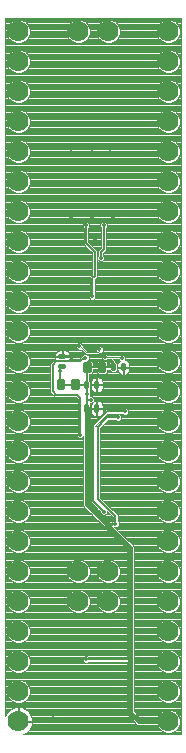
<source format=gbl>
G75*
%MOIN*%
%OFA0B0*%
%FSLAX24Y24*%
%IPPOS*%
%LPD*%
%AMOC8*
5,1,8,0,0,1.08239X$1,22.5*
%
%ADD10C,0.0700*%
%ADD11C,0.0119*%
%ADD12C,0.0050*%
%ADD13C,0.0118*%
%ADD14C,0.0139*%
%ADD15C,0.0080*%
%ADD16C,0.0160*%
%ADD17C,0.0040*%
D10*
X002214Y000700D03*
X002214Y001700D03*
X002214Y002700D03*
X002214Y003700D03*
X002214Y004700D03*
X002214Y005700D03*
X002214Y006700D03*
X002214Y007700D03*
X002214Y008700D03*
X002214Y009700D03*
X002214Y010700D03*
X002214Y011700D03*
X002214Y012700D03*
X002214Y013700D03*
X002214Y014700D03*
X002214Y015700D03*
X002214Y016700D03*
X002214Y017700D03*
X002214Y018700D03*
X002214Y019700D03*
X002214Y020700D03*
X002214Y021700D03*
X002214Y022700D03*
X002214Y023700D03*
X004214Y023700D03*
X005214Y023700D03*
X007214Y023700D03*
X007214Y022700D03*
X007214Y021700D03*
X007214Y020700D03*
X007214Y019700D03*
X007214Y018700D03*
X007214Y017700D03*
X007214Y016700D03*
X007214Y015700D03*
X007214Y014700D03*
X007214Y013700D03*
X007214Y012700D03*
X007214Y011700D03*
X007214Y010700D03*
X007214Y009700D03*
X007214Y008700D03*
X007214Y007700D03*
X007214Y006700D03*
X007214Y005700D03*
X007214Y004700D03*
X007214Y003700D03*
X007214Y002700D03*
X007214Y001700D03*
X007214Y000700D03*
X005214Y004700D03*
X005214Y005700D03*
X004214Y005700D03*
X004214Y004700D03*
D11*
X004198Y012031D02*
X004040Y012031D01*
X004198Y012031D02*
X004198Y011795D01*
X004040Y011795D01*
X004040Y012031D01*
X004040Y011913D02*
X004198Y011913D01*
X004198Y012031D02*
X004040Y012031D01*
X003718Y012031D02*
X003560Y012031D01*
X003718Y012031D02*
X003718Y011795D01*
X003560Y011795D01*
X003560Y012031D01*
X003560Y011913D02*
X003718Y011913D01*
X003718Y012031D02*
X003560Y012031D01*
X004446Y012385D02*
X004604Y012385D01*
X004446Y012385D02*
X004446Y012621D01*
X004604Y012621D01*
X004604Y012385D01*
X004604Y012503D02*
X004446Y012503D01*
X004446Y012621D02*
X004604Y012621D01*
X004926Y012385D02*
X005084Y012385D01*
X004926Y012385D02*
X004926Y012621D01*
X005084Y012621D01*
X005084Y012385D01*
X005084Y012503D02*
X004926Y012503D01*
X004926Y012621D02*
X005084Y012621D01*
D12*
X004875Y012503D02*
X004655Y012503D01*
X003989Y011913D02*
X003769Y011913D01*
D13*
X003613Y012514D02*
X003613Y012552D01*
X003751Y012552D01*
X003751Y012514D01*
X003613Y012514D01*
X003613Y012848D02*
X003613Y012886D01*
X003751Y012886D01*
X003751Y012848D01*
X003613Y012848D01*
X004480Y011982D02*
X004518Y011982D01*
X004518Y011844D01*
X004480Y011844D01*
X004480Y011982D01*
X004480Y011961D02*
X004518Y011961D01*
X004815Y011982D02*
X004853Y011982D01*
X004853Y011844D01*
X004815Y011844D01*
X004815Y011982D01*
X004815Y011961D02*
X004853Y011961D01*
X004815Y011194D02*
X004853Y011194D01*
X004853Y011056D01*
X004815Y011056D01*
X004815Y011194D01*
X004815Y011173D02*
X004853Y011173D01*
X004518Y011194D02*
X004480Y011194D01*
X004518Y011194D02*
X004518Y011056D01*
X004480Y011056D01*
X004480Y011194D01*
X004480Y011173D02*
X004518Y011173D01*
X005366Y012572D02*
X005404Y012572D01*
X005404Y012434D01*
X005366Y012434D01*
X005366Y012572D01*
X005366Y012551D02*
X005404Y012551D01*
X005701Y012572D02*
X005739Y012572D01*
X005739Y012434D01*
X005701Y012434D01*
X005701Y012572D01*
X005701Y012551D02*
X005739Y012551D01*
D14*
X005670Y012798D03*
X005336Y012680D03*
X005109Y012848D03*
X004912Y013094D03*
X004558Y013182D03*
X004450Y012818D03*
X004253Y013192D03*
X003997Y012848D03*
X003603Y012375D03*
X004273Y010239D03*
X004627Y011420D03*
X004706Y011617D03*
X004824Y011420D03*
X004509Y011617D03*
X005533Y010830D03*
X005779Y011027D03*
X005060Y007690D03*
X005454Y007287D03*
X004470Y002759D03*
X003387Y002267D03*
X003387Y001775D03*
X003387Y000791D03*
X004676Y014865D03*
X004962Y016145D03*
X004765Y016735D03*
X004470Y017228D03*
X004666Y017523D03*
X004666Y018606D03*
X004666Y019688D03*
X004666Y020869D03*
X004666Y022543D03*
X003977Y020869D03*
X003977Y019688D03*
X003977Y018606D03*
X003977Y017523D03*
X005060Y017228D03*
X005355Y017523D03*
X005355Y018606D03*
X005257Y019688D03*
X005355Y020869D03*
X005552Y022543D03*
X003781Y022543D03*
D15*
X004470Y017228D02*
X004470Y016637D01*
X004765Y016342D01*
X004765Y015554D01*
X004676Y015466D01*
X004676Y014865D01*
X004962Y016145D02*
X004962Y016342D01*
X005060Y016440D01*
X005060Y017228D01*
X004450Y012818D02*
X004391Y012818D01*
X004273Y012700D01*
X003485Y012700D01*
X003367Y012582D01*
X003367Y011696D01*
X003475Y011588D01*
X004174Y011588D01*
X004273Y011489D01*
X004273Y010239D01*
X004499Y011125D02*
X004509Y011135D01*
X004509Y011420D01*
X004627Y011420D01*
X004509Y011420D02*
X004509Y011617D01*
X004509Y011903D01*
X004499Y011913D01*
X004499Y012477D01*
X004525Y012503D01*
X004499Y011913D02*
X004119Y011913D01*
X003997Y012848D02*
X003977Y012867D01*
X003682Y012867D01*
X003682Y012533D02*
X003603Y012454D01*
X003603Y012375D01*
X003603Y011948D01*
X003639Y011913D01*
X004706Y010574D02*
X005159Y011027D01*
X005779Y011027D01*
X005533Y010830D02*
X005188Y010830D01*
X004863Y010505D01*
X004863Y008123D01*
X005454Y007533D01*
X005454Y007287D01*
X005060Y007690D02*
X004706Y008044D01*
X004706Y010574D01*
X005005Y012503D02*
X005385Y012503D01*
X005336Y012552D01*
X005336Y012680D01*
X005946Y002759D02*
X004470Y002759D01*
D16*
X005946Y002759D02*
X005946Y000987D01*
X006233Y000700D01*
X007214Y000700D01*
X005946Y002759D02*
X005946Y006480D01*
X004499Y007926D01*
X004499Y011125D01*
D17*
X001773Y000865D02*
X001773Y024141D01*
X007654Y024141D01*
X007654Y000259D01*
X002378Y000259D01*
X002394Y000264D01*
X002460Y000298D01*
X002520Y000342D01*
X002572Y000394D01*
X002616Y000454D01*
X002649Y000520D01*
X002672Y000590D01*
X002684Y000663D01*
X002684Y000680D01*
X002234Y000680D01*
X002234Y000720D01*
X002684Y000720D01*
X002684Y000737D01*
X002672Y000810D01*
X002649Y000880D01*
X002616Y000946D01*
X002572Y001006D01*
X002520Y001058D01*
X002460Y001102D01*
X002394Y001136D01*
X002324Y001158D01*
X002251Y001170D01*
X002234Y001170D01*
X002234Y000720D01*
X002194Y000720D01*
X002194Y001170D01*
X002177Y001170D01*
X002104Y001158D01*
X002033Y001136D01*
X001967Y001102D01*
X001907Y001058D01*
X001855Y001006D01*
X001812Y000946D01*
X001778Y000880D01*
X001773Y000865D01*
X001773Y000893D02*
X001784Y000893D01*
X001773Y000932D02*
X001804Y000932D01*
X001829Y000970D02*
X001773Y000970D01*
X001773Y001009D02*
X001857Y001009D01*
X001896Y001047D02*
X001773Y001047D01*
X001773Y001086D02*
X001945Y001086D01*
X002011Y001124D02*
X001773Y001124D01*
X001773Y001163D02*
X002129Y001163D01*
X002194Y001163D02*
X002234Y001163D01*
X002234Y001124D02*
X002194Y001124D01*
X002194Y001086D02*
X002234Y001086D01*
X002234Y001047D02*
X002194Y001047D01*
X002194Y001009D02*
X002234Y001009D01*
X002234Y000970D02*
X002194Y000970D01*
X002194Y000932D02*
X002234Y000932D01*
X002234Y000893D02*
X002194Y000893D01*
X002194Y000855D02*
X002234Y000855D01*
X002234Y000816D02*
X002194Y000816D01*
X002194Y000778D02*
X002234Y000778D01*
X002234Y000739D02*
X002194Y000739D01*
X002234Y000701D02*
X006064Y000701D01*
X006025Y000739D02*
X002683Y000739D01*
X002677Y000778D02*
X005987Y000778D01*
X005948Y000816D02*
X002670Y000816D01*
X002658Y000855D02*
X005910Y000855D01*
X005896Y000868D02*
X006184Y000580D01*
X006841Y000580D01*
X006883Y000479D01*
X006993Y000370D01*
X007136Y000310D01*
X007291Y000310D01*
X007434Y000370D01*
X007544Y000479D01*
X007603Y000622D01*
X007603Y000778D01*
X007544Y000921D01*
X007434Y001030D01*
X007291Y001090D01*
X007136Y001090D01*
X006993Y001030D01*
X006883Y000921D01*
X006841Y000820D01*
X006283Y000820D01*
X006066Y001037D01*
X006066Y006529D01*
X005417Y007178D01*
X005499Y007178D01*
X005563Y007241D01*
X005563Y007332D01*
X005533Y007361D01*
X005533Y007566D01*
X004943Y008156D01*
X004943Y010472D01*
X005221Y010750D01*
X005458Y010750D01*
X005487Y010721D01*
X005578Y010721D01*
X005642Y010785D01*
X005642Y010875D01*
X005578Y010939D01*
X005487Y010939D01*
X005458Y010910D01*
X005155Y010910D01*
X005108Y010863D01*
X004785Y010540D01*
X004785Y010541D01*
X005192Y010947D01*
X005704Y010947D01*
X005733Y010918D01*
X005824Y010918D01*
X005888Y010982D01*
X005888Y011072D01*
X005824Y011136D01*
X005733Y011136D01*
X005704Y011106D01*
X005126Y011106D01*
X005079Y011060D01*
X005025Y011006D01*
X005032Y011033D01*
X005032Y011106D01*
X004853Y011106D01*
X004853Y011145D01*
X004814Y011145D01*
X004814Y011373D01*
X004790Y011373D01*
X004745Y011361D01*
X004704Y011337D01*
X004671Y011304D01*
X004647Y011263D01*
X004635Y011218D01*
X004635Y011145D01*
X004814Y011145D01*
X004814Y011106D01*
X004635Y011106D01*
X004635Y011033D01*
X004647Y010987D01*
X004671Y010946D01*
X004704Y010913D01*
X004745Y010889D01*
X004790Y010877D01*
X004814Y010877D01*
X004814Y011106D01*
X004853Y011106D01*
X004853Y010877D01*
X004877Y010877D01*
X004903Y010884D01*
X004626Y010607D01*
X004626Y008011D01*
X004673Y007965D01*
X004951Y007687D01*
X004951Y007645D01*
X005015Y007581D01*
X005105Y007581D01*
X005169Y007645D01*
X005169Y007705D01*
X005374Y007500D01*
X005374Y007361D01*
X005234Y007361D01*
X005272Y007323D02*
X005345Y007323D01*
X005345Y007332D02*
X005345Y007250D01*
X004619Y007976D01*
X004619Y011175D01*
X004618Y011176D01*
X004618Y011235D01*
X004589Y011264D01*
X004589Y011311D01*
X004672Y011311D01*
X004736Y011375D01*
X004736Y011466D01*
X004672Y011530D01*
X004589Y011530D01*
X004589Y011543D01*
X004618Y011572D01*
X004618Y011662D01*
X004589Y011692D01*
X004589Y011774D01*
X004618Y011803D01*
X004618Y012022D01*
X004579Y012061D01*
X004579Y012286D01*
X004644Y012286D01*
X004702Y012344D01*
X004702Y012438D01*
X004827Y012438D01*
X004827Y012344D01*
X004885Y012286D01*
X005124Y012286D01*
X005182Y012344D01*
X005182Y012423D01*
X005266Y012423D01*
X005266Y012393D01*
X005324Y012336D01*
X005445Y012336D01*
X005503Y012393D01*
X005503Y012613D01*
X005445Y012671D01*
X005445Y012725D01*
X005382Y012788D01*
X005561Y012788D01*
X005561Y012753D01*
X005596Y012719D01*
X005590Y012715D01*
X005557Y012682D01*
X005533Y012641D01*
X005521Y012596D01*
X005521Y012523D01*
X005700Y012523D01*
X005700Y012484D01*
X005521Y012484D01*
X005521Y012411D01*
X005533Y012365D01*
X005557Y012324D01*
X005590Y012291D01*
X005631Y012267D01*
X005676Y012255D01*
X005700Y012255D01*
X005700Y012484D01*
X005739Y012484D01*
X005739Y012523D01*
X005918Y012523D01*
X005918Y012596D01*
X005906Y012641D01*
X005883Y012682D01*
X005849Y012715D01*
X005808Y012739D01*
X005774Y012748D01*
X005779Y012753D01*
X005779Y012844D01*
X005716Y012907D01*
X005625Y012907D01*
X005204Y012907D01*
X005154Y012957D01*
X005064Y012957D01*
X005000Y012893D01*
X005000Y012802D01*
X005064Y012739D01*
X005154Y012739D01*
X005204Y012788D01*
X005289Y012788D01*
X005227Y012725D01*
X005227Y012635D01*
X005256Y012606D01*
X005256Y012583D01*
X005182Y012583D01*
X005182Y012662D01*
X005124Y012720D01*
X004885Y012720D01*
X004827Y012662D01*
X004827Y012568D01*
X004702Y012568D01*
X004702Y012662D01*
X004644Y012720D01*
X004506Y012720D01*
X004559Y012773D01*
X004559Y012863D01*
X004495Y012927D01*
X004405Y012927D01*
X004375Y012898D01*
X004358Y012898D01*
X004240Y012780D01*
X003918Y012780D01*
X003930Y012824D01*
X003930Y012848D01*
X003702Y012848D01*
X003702Y012887D01*
X003930Y012887D01*
X003930Y012911D01*
X003918Y012956D01*
X003894Y012997D01*
X003861Y013030D01*
X003820Y013054D01*
X003775Y013066D01*
X003702Y013066D01*
X003702Y012887D01*
X003663Y012887D01*
X003663Y013066D01*
X003590Y013066D01*
X003544Y013054D01*
X003503Y013030D01*
X003470Y012997D01*
X003446Y012956D01*
X003434Y012911D01*
X003434Y012887D01*
X003663Y012887D01*
X003663Y012848D01*
X003434Y012848D01*
X003434Y012824D01*
X003446Y012779D01*
X003448Y012776D01*
X003334Y012662D01*
X003288Y012615D01*
X003288Y011663D01*
X003396Y011555D01*
X003442Y011508D01*
X004141Y011508D01*
X004193Y011456D01*
X004193Y010314D01*
X004164Y010285D01*
X004164Y010194D01*
X004228Y010130D01*
X004318Y010130D01*
X004379Y010192D01*
X004379Y007877D01*
X004450Y007807D01*
X005826Y006430D01*
X005826Y002839D01*
X004544Y002839D01*
X004515Y002868D01*
X004424Y002868D01*
X004361Y002804D01*
X004361Y002714D01*
X004424Y002650D01*
X004515Y002650D01*
X004544Y002679D01*
X005826Y002679D01*
X005826Y000938D01*
X005896Y000868D01*
X005871Y000893D02*
X002643Y000893D01*
X002623Y000932D02*
X005833Y000932D01*
X005826Y000970D02*
X002598Y000970D01*
X002570Y001009D02*
X005826Y001009D01*
X005826Y001047D02*
X002531Y001047D01*
X002483Y001086D02*
X005826Y001086D01*
X005826Y001124D02*
X002417Y001124D01*
X002298Y001163D02*
X005826Y001163D01*
X005826Y001201D02*
X001773Y001201D01*
X001773Y001240D02*
X005826Y001240D01*
X005826Y001278D02*
X001773Y001278D01*
X001773Y001317D02*
X002121Y001317D01*
X002136Y001310D02*
X002291Y001310D01*
X002434Y001370D01*
X002544Y001479D01*
X002603Y001622D01*
X002603Y001778D01*
X002603Y001779D02*
X005826Y001779D01*
X005826Y001817D02*
X002587Y001817D01*
X002571Y001856D02*
X005826Y001856D01*
X005826Y001894D02*
X002555Y001894D01*
X002544Y001921D02*
X002434Y002030D01*
X002291Y002090D01*
X002136Y002090D01*
X001993Y002030D01*
X001883Y001921D01*
X001824Y001778D01*
X001824Y001622D01*
X001883Y001479D01*
X001993Y001370D01*
X002136Y001310D01*
X002028Y001355D02*
X001773Y001355D01*
X001773Y001394D02*
X001969Y001394D01*
X001931Y001432D02*
X001773Y001432D01*
X001773Y001471D02*
X001892Y001471D01*
X001871Y001509D02*
X001773Y001509D01*
X001773Y001548D02*
X001855Y001548D01*
X001839Y001586D02*
X001773Y001586D01*
X001773Y001625D02*
X001824Y001625D01*
X001824Y001663D02*
X001773Y001663D01*
X001773Y001702D02*
X001824Y001702D01*
X001824Y001740D02*
X001773Y001740D01*
X001773Y001779D02*
X001824Y001779D01*
X001840Y001817D02*
X001773Y001817D01*
X001773Y001856D02*
X001856Y001856D01*
X001872Y001894D02*
X001773Y001894D01*
X001773Y001933D02*
X001895Y001933D01*
X001934Y001971D02*
X001773Y001971D01*
X001773Y002010D02*
X001972Y002010D01*
X002036Y002048D02*
X001773Y002048D01*
X001773Y002087D02*
X002128Y002087D01*
X002136Y002310D02*
X002291Y002310D01*
X002434Y002370D01*
X002544Y002479D01*
X002603Y002622D01*
X002603Y002778D01*
X002544Y002921D01*
X002434Y003030D01*
X002291Y003090D01*
X002136Y003090D01*
X001993Y003030D01*
X001883Y002921D01*
X001824Y002778D01*
X001824Y002622D01*
X001883Y002479D01*
X001993Y002370D01*
X002136Y002310D01*
X002119Y002318D02*
X001773Y002318D01*
X001773Y002356D02*
X002026Y002356D01*
X001968Y002395D02*
X001773Y002395D01*
X001773Y002433D02*
X001930Y002433D01*
X001891Y002472D02*
X001773Y002472D01*
X001773Y002510D02*
X001871Y002510D01*
X001855Y002549D02*
X001773Y002549D01*
X001773Y002587D02*
X001839Y002587D01*
X001824Y002626D02*
X001773Y002626D01*
X001773Y002664D02*
X001824Y002664D01*
X001824Y002703D02*
X001773Y002703D01*
X001773Y002741D02*
X001824Y002741D01*
X001825Y002780D02*
X001773Y002780D01*
X001773Y002818D02*
X001841Y002818D01*
X001857Y002857D02*
X001773Y002857D01*
X001773Y002895D02*
X001873Y002895D01*
X001896Y002934D02*
X001773Y002934D01*
X001773Y002972D02*
X001935Y002972D01*
X001973Y003011D02*
X001773Y003011D01*
X001773Y003049D02*
X002038Y003049D01*
X002131Y003088D02*
X001773Y003088D01*
X001773Y003126D02*
X005826Y003126D01*
X005826Y003088D02*
X002296Y003088D01*
X002389Y003049D02*
X005826Y003049D01*
X005826Y003011D02*
X002454Y003011D01*
X002493Y002972D02*
X005826Y002972D01*
X005826Y002934D02*
X002531Y002934D01*
X002555Y002895D02*
X005826Y002895D01*
X005826Y002857D02*
X004526Y002857D01*
X004413Y002857D02*
X002571Y002857D01*
X002587Y002818D02*
X004374Y002818D01*
X004361Y002780D02*
X002603Y002780D01*
X002603Y002741D02*
X004361Y002741D01*
X004372Y002703D02*
X002603Y002703D01*
X002603Y002664D02*
X004410Y002664D01*
X004529Y002664D02*
X005826Y002664D01*
X005826Y002626D02*
X002603Y002626D01*
X002589Y002587D02*
X005826Y002587D01*
X005826Y002549D02*
X002573Y002549D01*
X002557Y002510D02*
X005826Y002510D01*
X005826Y002472D02*
X002536Y002472D01*
X002498Y002433D02*
X005826Y002433D01*
X005826Y002395D02*
X002459Y002395D01*
X002401Y002356D02*
X005826Y002356D01*
X005826Y002318D02*
X002309Y002318D01*
X002299Y002087D02*
X005826Y002087D01*
X005826Y002125D02*
X001773Y002125D01*
X001773Y002164D02*
X005826Y002164D01*
X005826Y002202D02*
X001773Y002202D01*
X001773Y002241D02*
X005826Y002241D01*
X005826Y002279D02*
X001773Y002279D01*
X001773Y003165D02*
X005826Y003165D01*
X005826Y003203D02*
X001773Y003203D01*
X001773Y003242D02*
X005826Y003242D01*
X005826Y003280D02*
X001773Y003280D01*
X001773Y003319D02*
X002116Y003319D01*
X002136Y003310D02*
X001993Y003370D01*
X001883Y003479D01*
X001824Y003622D01*
X001824Y003778D01*
X001883Y003921D01*
X001993Y004030D01*
X002136Y004090D01*
X002291Y004090D01*
X002434Y004030D01*
X002544Y003921D01*
X002603Y003778D01*
X002603Y003622D01*
X002544Y003479D01*
X002434Y003370D01*
X002291Y003310D01*
X002136Y003310D01*
X002023Y003357D02*
X001773Y003357D01*
X001773Y003396D02*
X001967Y003396D01*
X001929Y003434D02*
X001773Y003434D01*
X001773Y003473D02*
X001890Y003473D01*
X001870Y003511D02*
X001773Y003511D01*
X001773Y003550D02*
X001854Y003550D01*
X001838Y003588D02*
X001773Y003588D01*
X001773Y003627D02*
X001824Y003627D01*
X001824Y003665D02*
X001773Y003665D01*
X001773Y003704D02*
X001824Y003704D01*
X001824Y003742D02*
X001773Y003742D01*
X001773Y003781D02*
X001825Y003781D01*
X001841Y003819D02*
X001773Y003819D01*
X001773Y003858D02*
X001857Y003858D01*
X001873Y003896D02*
X001773Y003896D01*
X001773Y003935D02*
X001897Y003935D01*
X001936Y003973D02*
X001773Y003973D01*
X001773Y004012D02*
X001974Y004012D01*
X002040Y004050D02*
X001773Y004050D01*
X001773Y004089D02*
X002133Y004089D01*
X002136Y004310D02*
X002291Y004310D01*
X002434Y004370D01*
X002544Y004479D01*
X002603Y004622D01*
X002603Y004778D01*
X002544Y004921D01*
X002434Y005030D01*
X002291Y005090D01*
X002136Y005090D01*
X001993Y005030D01*
X001883Y004921D01*
X001824Y004778D01*
X001824Y004622D01*
X001883Y004479D01*
X001993Y004370D01*
X002136Y004310D01*
X002114Y004320D02*
X001773Y004320D01*
X001773Y004358D02*
X002021Y004358D01*
X001966Y004397D02*
X001773Y004397D01*
X001773Y004435D02*
X001928Y004435D01*
X001889Y004474D02*
X001773Y004474D01*
X001773Y004512D02*
X001870Y004512D01*
X001854Y004551D02*
X001773Y004551D01*
X001773Y004589D02*
X001838Y004589D01*
X001824Y004628D02*
X001773Y004628D01*
X001773Y004666D02*
X001824Y004666D01*
X001824Y004705D02*
X001773Y004705D01*
X001773Y004743D02*
X001824Y004743D01*
X001826Y004782D02*
X001773Y004782D01*
X001773Y004820D02*
X001842Y004820D01*
X001858Y004859D02*
X001773Y004859D01*
X001773Y004897D02*
X001873Y004897D01*
X001898Y004936D02*
X001773Y004936D01*
X001773Y004974D02*
X001937Y004974D01*
X001975Y005013D02*
X001773Y005013D01*
X001773Y005051D02*
X002043Y005051D01*
X002136Y005090D02*
X001773Y005090D01*
X001773Y005128D02*
X005826Y005128D01*
X005826Y005090D02*
X005292Y005090D01*
X005291Y005090D02*
X005136Y005090D01*
X004993Y005030D01*
X004883Y004921D01*
X004824Y004778D01*
X004824Y004622D01*
X004883Y004479D01*
X004993Y004370D01*
X005136Y004310D01*
X005291Y004310D01*
X005434Y004370D01*
X005544Y004479D01*
X005603Y004622D01*
X005603Y004778D01*
X005544Y004921D01*
X005434Y005030D01*
X005291Y005090D01*
X005384Y005051D02*
X005826Y005051D01*
X005826Y005013D02*
X005452Y005013D01*
X005491Y004974D02*
X005826Y004974D01*
X005826Y004936D02*
X005529Y004936D01*
X005554Y004897D02*
X005826Y004897D01*
X005826Y004859D02*
X005570Y004859D01*
X005586Y004820D02*
X005826Y004820D01*
X005826Y004782D02*
X005602Y004782D01*
X005603Y004743D02*
X005826Y004743D01*
X005826Y004705D02*
X005603Y004705D01*
X005603Y004666D02*
X005826Y004666D01*
X005826Y004628D02*
X005603Y004628D01*
X005589Y004589D02*
X005826Y004589D01*
X005826Y004551D02*
X005574Y004551D01*
X005558Y004512D02*
X005826Y004512D01*
X005826Y004474D02*
X005538Y004474D01*
X005500Y004435D02*
X005826Y004435D01*
X005826Y004397D02*
X005461Y004397D01*
X005406Y004358D02*
X005826Y004358D01*
X005826Y004320D02*
X005313Y004320D01*
X005114Y004320D02*
X004313Y004320D01*
X004291Y004310D02*
X004434Y004370D01*
X004544Y004479D01*
X004603Y004622D01*
X004603Y004778D01*
X004544Y004921D01*
X004434Y005030D01*
X004291Y005090D01*
X004136Y005090D01*
X003993Y005030D01*
X003883Y004921D01*
X003824Y004778D01*
X003824Y004622D01*
X003883Y004479D01*
X003993Y004370D01*
X004136Y004310D01*
X004291Y004310D01*
X004406Y004358D02*
X005021Y004358D01*
X004966Y004397D02*
X004461Y004397D01*
X004500Y004435D02*
X004928Y004435D01*
X004889Y004474D02*
X004538Y004474D01*
X004558Y004512D02*
X004870Y004512D01*
X004854Y004551D02*
X004574Y004551D01*
X004589Y004589D02*
X004838Y004589D01*
X004824Y004628D02*
X004603Y004628D01*
X004603Y004666D02*
X004824Y004666D01*
X004824Y004705D02*
X004603Y004705D01*
X004603Y004743D02*
X004824Y004743D01*
X004826Y004782D02*
X004602Y004782D01*
X004586Y004820D02*
X004842Y004820D01*
X004858Y004859D02*
X004570Y004859D01*
X004554Y004897D02*
X004873Y004897D01*
X004898Y004936D02*
X004529Y004936D01*
X004491Y004974D02*
X004937Y004974D01*
X004975Y005013D02*
X004452Y005013D01*
X004384Y005051D02*
X005043Y005051D01*
X005136Y005090D02*
X004292Y005090D01*
X004291Y005310D02*
X004434Y005370D01*
X004544Y005479D01*
X004603Y005622D01*
X004603Y005778D01*
X004544Y005921D01*
X004434Y006030D01*
X004291Y006090D01*
X004136Y006090D01*
X003993Y006030D01*
X003883Y005921D01*
X003824Y005778D01*
X003824Y005622D01*
X003883Y005479D01*
X003993Y005370D01*
X004136Y005310D01*
X004291Y005310D01*
X004316Y005321D02*
X005111Y005321D01*
X005136Y005310D02*
X005291Y005310D01*
X005434Y005370D01*
X005544Y005479D01*
X005603Y005622D01*
X005603Y005778D01*
X005544Y005921D01*
X005434Y006030D01*
X005291Y006090D01*
X005136Y006090D01*
X004993Y006030D01*
X004883Y005921D01*
X004824Y005778D01*
X004824Y005622D01*
X004883Y005479D01*
X004993Y005370D01*
X005136Y005310D01*
X005019Y005359D02*
X004409Y005359D01*
X004462Y005398D02*
X004965Y005398D01*
X004927Y005436D02*
X004501Y005436D01*
X004539Y005475D02*
X004888Y005475D01*
X004869Y005513D02*
X004558Y005513D01*
X004574Y005552D02*
X004853Y005552D01*
X004837Y005590D02*
X004590Y005590D01*
X004603Y005629D02*
X004824Y005629D01*
X004824Y005667D02*
X004603Y005667D01*
X004603Y005706D02*
X004824Y005706D01*
X004824Y005744D02*
X004603Y005744D01*
X004601Y005783D02*
X004826Y005783D01*
X004842Y005821D02*
X004585Y005821D01*
X004569Y005860D02*
X004858Y005860D01*
X004874Y005898D02*
X004553Y005898D01*
X004528Y005937D02*
X004899Y005937D01*
X004938Y005975D02*
X004490Y005975D01*
X004451Y006014D02*
X004976Y006014D01*
X005045Y006052D02*
X004382Y006052D01*
X004111Y005321D02*
X002316Y005321D01*
X002291Y005310D02*
X002434Y005370D01*
X002544Y005479D01*
X002603Y005622D01*
X002603Y005778D01*
X002544Y005921D01*
X002434Y006030D01*
X002291Y006090D01*
X002136Y006090D01*
X001993Y006030D01*
X001883Y005921D01*
X001824Y005778D01*
X001824Y005622D01*
X001883Y005479D01*
X001993Y005370D01*
X002136Y005310D01*
X002291Y005310D01*
X002409Y005359D02*
X004019Y005359D01*
X003965Y005398D02*
X002462Y005398D01*
X002501Y005436D02*
X003927Y005436D01*
X003888Y005475D02*
X002539Y005475D01*
X002558Y005513D02*
X003869Y005513D01*
X003853Y005552D02*
X002574Y005552D01*
X002590Y005590D02*
X003837Y005590D01*
X003824Y005629D02*
X002603Y005629D01*
X002603Y005667D02*
X003824Y005667D01*
X003824Y005706D02*
X002603Y005706D01*
X002603Y005744D02*
X003824Y005744D01*
X003826Y005783D02*
X002601Y005783D01*
X002585Y005821D02*
X003842Y005821D01*
X003858Y005860D02*
X002569Y005860D01*
X002553Y005898D02*
X003874Y005898D01*
X003899Y005937D02*
X002528Y005937D01*
X002490Y005975D02*
X003938Y005975D01*
X003976Y006014D02*
X002451Y006014D01*
X002382Y006052D02*
X004045Y006052D01*
X004136Y005090D02*
X002292Y005090D01*
X002384Y005051D02*
X004043Y005051D01*
X003975Y005013D02*
X002452Y005013D01*
X002491Y004974D02*
X003937Y004974D01*
X003898Y004936D02*
X002529Y004936D01*
X002554Y004897D02*
X003873Y004897D01*
X003858Y004859D02*
X002570Y004859D01*
X002586Y004820D02*
X003842Y004820D01*
X003826Y004782D02*
X002602Y004782D01*
X002603Y004743D02*
X003824Y004743D01*
X003824Y004705D02*
X002603Y004705D01*
X002603Y004666D02*
X003824Y004666D01*
X003824Y004628D02*
X002603Y004628D01*
X002589Y004589D02*
X003838Y004589D01*
X003854Y004551D02*
X002574Y004551D01*
X002558Y004512D02*
X003870Y004512D01*
X003889Y004474D02*
X002538Y004474D01*
X002500Y004435D02*
X003928Y004435D01*
X003966Y004397D02*
X002461Y004397D01*
X002406Y004358D02*
X004021Y004358D01*
X004114Y004320D02*
X002313Y004320D01*
X002294Y004089D02*
X005826Y004089D01*
X005826Y004127D02*
X001773Y004127D01*
X001773Y004166D02*
X005826Y004166D01*
X005826Y004204D02*
X001773Y004204D01*
X001773Y004243D02*
X005826Y004243D01*
X005826Y004281D02*
X001773Y004281D01*
X001773Y005167D02*
X005826Y005167D01*
X005826Y005205D02*
X001773Y005205D01*
X001773Y005244D02*
X005826Y005244D01*
X005826Y005282D02*
X001773Y005282D01*
X001773Y005321D02*
X002111Y005321D01*
X002019Y005359D02*
X001773Y005359D01*
X001773Y005398D02*
X001965Y005398D01*
X001927Y005436D02*
X001773Y005436D01*
X001773Y005475D02*
X001888Y005475D01*
X001869Y005513D02*
X001773Y005513D01*
X001773Y005552D02*
X001853Y005552D01*
X001837Y005590D02*
X001773Y005590D01*
X001773Y005629D02*
X001824Y005629D01*
X001824Y005667D02*
X001773Y005667D01*
X001773Y005706D02*
X001824Y005706D01*
X001824Y005744D02*
X001773Y005744D01*
X001773Y005783D02*
X001826Y005783D01*
X001842Y005821D02*
X001773Y005821D01*
X001773Y005860D02*
X001858Y005860D01*
X001874Y005898D02*
X001773Y005898D01*
X001773Y005937D02*
X001899Y005937D01*
X001938Y005975D02*
X001773Y005975D01*
X001773Y006014D02*
X001976Y006014D01*
X002045Y006052D02*
X001773Y006052D01*
X001773Y006091D02*
X005826Y006091D01*
X005826Y006129D02*
X001773Y006129D01*
X001773Y006168D02*
X005826Y006168D01*
X005826Y006206D02*
X001773Y006206D01*
X001773Y006245D02*
X005826Y006245D01*
X005826Y006283D02*
X001773Y006283D01*
X001773Y006322D02*
X002109Y006322D01*
X002136Y006310D02*
X001993Y006370D01*
X001883Y006479D01*
X001824Y006622D01*
X001824Y006778D01*
X001883Y006921D01*
X001993Y007030D01*
X002136Y007090D01*
X002291Y007090D01*
X002434Y007030D01*
X002544Y006921D01*
X002603Y006778D01*
X002603Y006622D01*
X002544Y006479D01*
X002434Y006370D01*
X002291Y006310D01*
X002136Y006310D01*
X002016Y006360D02*
X001773Y006360D01*
X001773Y006399D02*
X001964Y006399D01*
X001926Y006437D02*
X001773Y006437D01*
X001773Y006476D02*
X001887Y006476D01*
X001869Y006514D02*
X001773Y006514D01*
X001773Y006553D02*
X001853Y006553D01*
X001837Y006591D02*
X001773Y006591D01*
X001773Y006630D02*
X001824Y006630D01*
X001824Y006668D02*
X001773Y006668D01*
X001773Y006707D02*
X001824Y006707D01*
X001824Y006745D02*
X001773Y006745D01*
X001773Y006784D02*
X001826Y006784D01*
X001842Y006822D02*
X001773Y006822D01*
X001773Y006861D02*
X001858Y006861D01*
X001874Y006899D02*
X001773Y006899D01*
X001773Y006938D02*
X001900Y006938D01*
X001939Y006976D02*
X001773Y006976D01*
X001773Y007015D02*
X001977Y007015D01*
X002048Y007053D02*
X001773Y007053D01*
X001773Y007092D02*
X005165Y007092D01*
X005126Y007130D02*
X001773Y007130D01*
X001773Y007169D02*
X005088Y007169D01*
X005049Y007207D02*
X001773Y007207D01*
X001773Y007246D02*
X005011Y007246D01*
X004972Y007284D02*
X001773Y007284D01*
X001773Y007323D02*
X002107Y007323D01*
X002136Y007310D02*
X001993Y007370D01*
X001883Y007479D01*
X001824Y007622D01*
X001824Y007778D01*
X001883Y007921D01*
X001993Y008030D01*
X002136Y008090D01*
X002291Y008090D01*
X002434Y008030D01*
X002544Y007921D01*
X002603Y007778D01*
X002603Y007622D01*
X002544Y007479D01*
X002434Y007370D01*
X002291Y007310D01*
X002136Y007310D01*
X002014Y007361D02*
X001773Y007361D01*
X001773Y007400D02*
X001963Y007400D01*
X001925Y007438D02*
X001773Y007438D01*
X001773Y007477D02*
X001886Y007477D01*
X001868Y007515D02*
X001773Y007515D01*
X001773Y007554D02*
X001853Y007554D01*
X001837Y007592D02*
X001773Y007592D01*
X001773Y007631D02*
X001824Y007631D01*
X001824Y007669D02*
X001773Y007669D01*
X001773Y007708D02*
X001824Y007708D01*
X001824Y007746D02*
X001773Y007746D01*
X001773Y007785D02*
X001827Y007785D01*
X001843Y007823D02*
X001773Y007823D01*
X001773Y007862D02*
X001859Y007862D01*
X001875Y007900D02*
X001773Y007900D01*
X001773Y007939D02*
X001901Y007939D01*
X001940Y007977D02*
X001773Y007977D01*
X001773Y008016D02*
X001978Y008016D01*
X002050Y008054D02*
X001773Y008054D01*
X001773Y008093D02*
X004379Y008093D01*
X004379Y008131D02*
X001773Y008131D01*
X001773Y008170D02*
X004379Y008170D01*
X004379Y008208D02*
X001773Y008208D01*
X001773Y008247D02*
X004379Y008247D01*
X004379Y008285D02*
X001773Y008285D01*
X001773Y008324D02*
X002104Y008324D01*
X002136Y008310D02*
X001993Y008370D01*
X001883Y008479D01*
X001824Y008622D01*
X001824Y008778D01*
X001883Y008921D01*
X001993Y009030D01*
X002136Y009090D01*
X002291Y009090D01*
X002434Y009030D01*
X002544Y008921D01*
X002603Y008778D01*
X002603Y008622D01*
X002544Y008479D01*
X002434Y008370D01*
X002291Y008310D01*
X002136Y008310D01*
X002011Y008362D02*
X001773Y008362D01*
X001773Y008401D02*
X001962Y008401D01*
X001924Y008439D02*
X001773Y008439D01*
X001773Y008478D02*
X001885Y008478D01*
X001868Y008516D02*
X001773Y008516D01*
X001773Y008555D02*
X001852Y008555D01*
X001836Y008593D02*
X001773Y008593D01*
X001773Y008632D02*
X001824Y008632D01*
X001824Y008670D02*
X001773Y008670D01*
X001773Y008709D02*
X001824Y008709D01*
X001824Y008747D02*
X001773Y008747D01*
X001773Y008786D02*
X001827Y008786D01*
X001843Y008824D02*
X001773Y008824D01*
X001773Y008863D02*
X001859Y008863D01*
X001875Y008901D02*
X001773Y008901D01*
X001773Y008940D02*
X001902Y008940D01*
X001941Y008978D02*
X001773Y008978D01*
X001773Y009017D02*
X001979Y009017D01*
X002053Y009055D02*
X001773Y009055D01*
X001773Y009094D02*
X004379Y009094D01*
X004379Y009132D02*
X001773Y009132D01*
X001773Y009171D02*
X004379Y009171D01*
X004379Y009209D02*
X001773Y009209D01*
X001773Y009248D02*
X004379Y009248D01*
X004379Y009286D02*
X001773Y009286D01*
X001773Y009325D02*
X002102Y009325D01*
X002136Y009310D02*
X001993Y009370D01*
X001883Y009479D01*
X001824Y009622D01*
X001824Y009778D01*
X001883Y009921D01*
X001993Y010030D01*
X002136Y010090D01*
X002291Y010090D01*
X002434Y010030D01*
X002544Y009921D01*
X002603Y009778D01*
X002603Y009622D01*
X002544Y009479D01*
X002434Y009370D01*
X002291Y009310D01*
X002136Y009310D01*
X002009Y009363D02*
X001773Y009363D01*
X001773Y009402D02*
X001961Y009402D01*
X001922Y009440D02*
X001773Y009440D01*
X001773Y009479D02*
X001884Y009479D01*
X001868Y009517D02*
X001773Y009517D01*
X001773Y009556D02*
X001852Y009556D01*
X001836Y009594D02*
X001773Y009594D01*
X001773Y009633D02*
X001824Y009633D01*
X001824Y009671D02*
X001773Y009671D01*
X001773Y009710D02*
X001824Y009710D01*
X001824Y009748D02*
X001773Y009748D01*
X001773Y009787D02*
X001828Y009787D01*
X001844Y009825D02*
X001773Y009825D01*
X001773Y009864D02*
X001860Y009864D01*
X001876Y009902D02*
X001773Y009902D01*
X001773Y009941D02*
X001903Y009941D01*
X001942Y009979D02*
X001773Y009979D01*
X001773Y010018D02*
X001980Y010018D01*
X002055Y010056D02*
X001773Y010056D01*
X001773Y010095D02*
X004379Y010095D01*
X004379Y010133D02*
X004321Y010133D01*
X004359Y010172D02*
X004379Y010172D01*
X004379Y010056D02*
X002372Y010056D01*
X002447Y010018D02*
X004379Y010018D01*
X004379Y009979D02*
X002486Y009979D01*
X002524Y009941D02*
X004379Y009941D01*
X004379Y009902D02*
X002552Y009902D01*
X002568Y009864D02*
X004379Y009864D01*
X004379Y009825D02*
X002584Y009825D01*
X002600Y009787D02*
X004379Y009787D01*
X004379Y009748D02*
X002603Y009748D01*
X002603Y009710D02*
X004379Y009710D01*
X004379Y009671D02*
X002603Y009671D01*
X002603Y009633D02*
X004379Y009633D01*
X004379Y009594D02*
X002592Y009594D01*
X002576Y009556D02*
X004379Y009556D01*
X004379Y009517D02*
X002560Y009517D01*
X002543Y009479D02*
X004379Y009479D01*
X004379Y009440D02*
X002505Y009440D01*
X002466Y009402D02*
X004379Y009402D01*
X004379Y009363D02*
X002418Y009363D01*
X002326Y009325D02*
X004379Y009325D01*
X004379Y009055D02*
X002375Y009055D01*
X002448Y009017D02*
X004379Y009017D01*
X004379Y008978D02*
X002487Y008978D01*
X002525Y008940D02*
X004379Y008940D01*
X004379Y008901D02*
X002552Y008901D01*
X002568Y008863D02*
X004379Y008863D01*
X004379Y008824D02*
X002584Y008824D01*
X002600Y008786D02*
X004379Y008786D01*
X004379Y008747D02*
X002603Y008747D01*
X002603Y008709D02*
X004379Y008709D01*
X004379Y008670D02*
X002603Y008670D01*
X002603Y008632D02*
X004379Y008632D01*
X004379Y008593D02*
X002591Y008593D01*
X002575Y008555D02*
X004379Y008555D01*
X004379Y008516D02*
X002559Y008516D01*
X002542Y008478D02*
X004379Y008478D01*
X004379Y008439D02*
X002504Y008439D01*
X002465Y008401D02*
X004379Y008401D01*
X004379Y008362D02*
X002416Y008362D01*
X002323Y008324D02*
X004379Y008324D01*
X004379Y008054D02*
X002377Y008054D01*
X002449Y008016D02*
X004379Y008016D01*
X004379Y007977D02*
X002488Y007977D01*
X002526Y007939D02*
X004379Y007939D01*
X004379Y007900D02*
X002553Y007900D01*
X002569Y007862D02*
X004395Y007862D01*
X004433Y007823D02*
X002584Y007823D01*
X002600Y007785D02*
X004472Y007785D01*
X004510Y007746D02*
X002603Y007746D01*
X002603Y007708D02*
X004549Y007708D01*
X004587Y007669D02*
X002603Y007669D01*
X002603Y007631D02*
X004626Y007631D01*
X004664Y007592D02*
X002591Y007592D01*
X002575Y007554D02*
X004703Y007554D01*
X004741Y007515D02*
X002559Y007515D01*
X002541Y007477D02*
X004780Y007477D01*
X004818Y007438D02*
X002503Y007438D01*
X002464Y007400D02*
X004857Y007400D01*
X004895Y007361D02*
X002414Y007361D01*
X002321Y007323D02*
X004934Y007323D01*
X005003Y007592D02*
X005004Y007592D01*
X005041Y007554D02*
X005320Y007554D01*
X005282Y007592D02*
X005116Y007592D01*
X005155Y007631D02*
X005243Y007631D01*
X005205Y007669D02*
X005169Y007669D01*
X005080Y007515D02*
X005359Y007515D01*
X005374Y007477D02*
X005118Y007477D01*
X005157Y007438D02*
X005374Y007438D01*
X005374Y007400D02*
X005195Y007400D01*
X005311Y007284D02*
X005345Y007284D01*
X005345Y007332D02*
X005374Y007361D01*
X005426Y007169D02*
X007654Y007169D01*
X007654Y007207D02*
X005528Y007207D01*
X005563Y007246D02*
X007654Y007246D01*
X007654Y007284D02*
X005563Y007284D01*
X005563Y007323D02*
X007107Y007323D01*
X007136Y007310D02*
X006993Y007370D01*
X006883Y007479D01*
X006824Y007622D01*
X006824Y007778D01*
X006883Y007921D01*
X006993Y008030D01*
X007136Y008090D01*
X007291Y008090D01*
X007434Y008030D01*
X007544Y007921D01*
X007603Y007778D01*
X007603Y007622D01*
X007544Y007479D01*
X007434Y007370D01*
X007291Y007310D01*
X007136Y007310D01*
X007136Y007090D02*
X006993Y007030D01*
X006883Y006921D01*
X006824Y006778D01*
X006824Y006622D01*
X006883Y006479D01*
X006993Y006370D01*
X007136Y006310D01*
X007291Y006310D01*
X007434Y006370D01*
X007544Y006479D01*
X007603Y006622D01*
X007603Y006778D01*
X007544Y006921D01*
X007434Y007030D01*
X007291Y007090D01*
X007136Y007090D01*
X007048Y007053D02*
X005542Y007053D01*
X005580Y007015D02*
X006977Y007015D01*
X006939Y006976D02*
X005619Y006976D01*
X005657Y006938D02*
X006900Y006938D01*
X006874Y006899D02*
X005696Y006899D01*
X005734Y006861D02*
X006858Y006861D01*
X006842Y006822D02*
X005773Y006822D01*
X005811Y006784D02*
X006826Y006784D01*
X006824Y006745D02*
X005850Y006745D01*
X005888Y006707D02*
X006824Y006707D01*
X006824Y006668D02*
X005927Y006668D01*
X005965Y006630D02*
X006824Y006630D01*
X006837Y006591D02*
X006004Y006591D01*
X006042Y006553D02*
X006853Y006553D01*
X006869Y006514D02*
X006066Y006514D01*
X006066Y006476D02*
X006887Y006476D01*
X006926Y006437D02*
X006066Y006437D01*
X006066Y006399D02*
X006964Y006399D01*
X007016Y006360D02*
X006066Y006360D01*
X006066Y006322D02*
X007109Y006322D01*
X007136Y006090D02*
X006993Y006030D01*
X006883Y005921D01*
X006824Y005778D01*
X006824Y005622D01*
X006883Y005479D01*
X006993Y005370D01*
X007136Y005310D01*
X007291Y005310D01*
X007434Y005370D01*
X007544Y005479D01*
X007603Y005622D01*
X007603Y005778D01*
X007544Y005921D01*
X007434Y006030D01*
X007291Y006090D01*
X007136Y006090D01*
X007045Y006052D02*
X006066Y006052D01*
X006066Y006014D02*
X006976Y006014D01*
X006938Y005975D02*
X006066Y005975D01*
X006066Y005937D02*
X006899Y005937D01*
X006874Y005898D02*
X006066Y005898D01*
X006066Y005860D02*
X006858Y005860D01*
X006842Y005821D02*
X006066Y005821D01*
X006066Y005783D02*
X006826Y005783D01*
X006824Y005744D02*
X006066Y005744D01*
X006066Y005706D02*
X006824Y005706D01*
X006824Y005667D02*
X006066Y005667D01*
X006066Y005629D02*
X006824Y005629D01*
X006837Y005590D02*
X006066Y005590D01*
X006066Y005552D02*
X006853Y005552D01*
X006869Y005513D02*
X006066Y005513D01*
X006066Y005475D02*
X006888Y005475D01*
X006927Y005436D02*
X006066Y005436D01*
X006066Y005398D02*
X006965Y005398D01*
X007019Y005359D02*
X006066Y005359D01*
X006066Y005321D02*
X007111Y005321D01*
X007136Y005090D02*
X006993Y005030D01*
X006883Y004921D01*
X006824Y004778D01*
X006824Y004622D01*
X006883Y004479D01*
X006993Y004370D01*
X007136Y004310D01*
X007291Y004310D01*
X007434Y004370D01*
X007544Y004479D01*
X007603Y004622D01*
X007603Y004778D01*
X007544Y004921D01*
X007434Y005030D01*
X007291Y005090D01*
X007136Y005090D01*
X006066Y005090D01*
X006066Y005128D02*
X007654Y005128D01*
X007654Y005090D02*
X007292Y005090D01*
X007384Y005051D02*
X007654Y005051D01*
X007654Y005013D02*
X007452Y005013D01*
X007491Y004974D02*
X007654Y004974D01*
X007654Y004936D02*
X007529Y004936D01*
X007554Y004897D02*
X007654Y004897D01*
X007654Y004859D02*
X007570Y004859D01*
X007586Y004820D02*
X007654Y004820D01*
X007654Y004782D02*
X007602Y004782D01*
X007603Y004743D02*
X007654Y004743D01*
X007654Y004705D02*
X007603Y004705D01*
X007603Y004666D02*
X007654Y004666D01*
X007654Y004628D02*
X007603Y004628D01*
X007589Y004589D02*
X007654Y004589D01*
X007654Y004551D02*
X007574Y004551D01*
X007558Y004512D02*
X007654Y004512D01*
X007654Y004474D02*
X007538Y004474D01*
X007500Y004435D02*
X007654Y004435D01*
X007654Y004397D02*
X007461Y004397D01*
X007406Y004358D02*
X007654Y004358D01*
X007654Y004320D02*
X007313Y004320D01*
X007291Y004090D02*
X007136Y004090D01*
X006993Y004030D01*
X006883Y003921D01*
X006824Y003778D01*
X006824Y003622D01*
X006883Y003479D01*
X006993Y003370D01*
X007136Y003310D01*
X007291Y003310D01*
X007434Y003370D01*
X007544Y003479D01*
X007603Y003622D01*
X007603Y003778D01*
X007544Y003921D01*
X007434Y004030D01*
X007291Y004090D01*
X007294Y004089D02*
X007654Y004089D01*
X007654Y004127D02*
X006066Y004127D01*
X006066Y004089D02*
X007133Y004089D01*
X007114Y004320D02*
X006066Y004320D01*
X006066Y004358D02*
X007021Y004358D01*
X006966Y004397D02*
X006066Y004397D01*
X006066Y004435D02*
X006928Y004435D01*
X006889Y004474D02*
X006066Y004474D01*
X006066Y004512D02*
X006870Y004512D01*
X006854Y004551D02*
X006066Y004551D01*
X006066Y004589D02*
X006838Y004589D01*
X006824Y004628D02*
X006066Y004628D01*
X006066Y004666D02*
X006824Y004666D01*
X006824Y004705D02*
X006066Y004705D01*
X006066Y004743D02*
X006824Y004743D01*
X006826Y004782D02*
X006066Y004782D01*
X006066Y004820D02*
X006842Y004820D01*
X006858Y004859D02*
X006066Y004859D01*
X006066Y004897D02*
X006873Y004897D01*
X006898Y004936D02*
X006066Y004936D01*
X006066Y004974D02*
X006937Y004974D01*
X006975Y005013D02*
X006066Y005013D01*
X006066Y005051D02*
X007043Y005051D01*
X007316Y005321D02*
X007654Y005321D01*
X007654Y005359D02*
X007409Y005359D01*
X007462Y005398D02*
X007654Y005398D01*
X007654Y005436D02*
X007501Y005436D01*
X007539Y005475D02*
X007654Y005475D01*
X007654Y005513D02*
X007558Y005513D01*
X007574Y005552D02*
X007654Y005552D01*
X007654Y005590D02*
X007590Y005590D01*
X007603Y005629D02*
X007654Y005629D01*
X007654Y005667D02*
X007603Y005667D01*
X007603Y005706D02*
X007654Y005706D01*
X007654Y005744D02*
X007603Y005744D01*
X007601Y005783D02*
X007654Y005783D01*
X007654Y005821D02*
X007585Y005821D01*
X007569Y005860D02*
X007654Y005860D01*
X007654Y005898D02*
X007553Y005898D01*
X007528Y005937D02*
X007654Y005937D01*
X007654Y005975D02*
X007490Y005975D01*
X007451Y006014D02*
X007654Y006014D01*
X007654Y006052D02*
X007382Y006052D01*
X007318Y006322D02*
X007654Y006322D01*
X007654Y006360D02*
X007411Y006360D01*
X007463Y006399D02*
X007654Y006399D01*
X007654Y006437D02*
X007502Y006437D01*
X007540Y006476D02*
X007654Y006476D01*
X007654Y006514D02*
X007558Y006514D01*
X007574Y006553D02*
X007654Y006553D01*
X007654Y006591D02*
X007590Y006591D01*
X007603Y006630D02*
X007654Y006630D01*
X007654Y006668D02*
X007603Y006668D01*
X007603Y006707D02*
X007654Y006707D01*
X007654Y006745D02*
X007603Y006745D01*
X007601Y006784D02*
X007654Y006784D01*
X007654Y006822D02*
X007585Y006822D01*
X007569Y006861D02*
X007654Y006861D01*
X007654Y006899D02*
X007553Y006899D01*
X007527Y006938D02*
X007654Y006938D01*
X007654Y006976D02*
X007489Y006976D01*
X007450Y007015D02*
X007654Y007015D01*
X007654Y007053D02*
X007380Y007053D01*
X007321Y007323D02*
X007654Y007323D01*
X007654Y007361D02*
X007414Y007361D01*
X007464Y007400D02*
X007654Y007400D01*
X007654Y007438D02*
X007503Y007438D01*
X007541Y007477D02*
X007654Y007477D01*
X007654Y007515D02*
X007559Y007515D01*
X007575Y007554D02*
X007654Y007554D01*
X007654Y007592D02*
X007591Y007592D01*
X007603Y007631D02*
X007654Y007631D01*
X007654Y007669D02*
X007603Y007669D01*
X007603Y007708D02*
X007654Y007708D01*
X007654Y007746D02*
X007603Y007746D01*
X007600Y007785D02*
X007654Y007785D01*
X007654Y007823D02*
X007584Y007823D01*
X007569Y007862D02*
X007654Y007862D01*
X007654Y007900D02*
X007553Y007900D01*
X007526Y007939D02*
X007654Y007939D01*
X007654Y007977D02*
X007488Y007977D01*
X007449Y008016D02*
X007654Y008016D01*
X007654Y008054D02*
X007377Y008054D01*
X007291Y008310D02*
X007434Y008370D01*
X007544Y008479D01*
X007603Y008622D01*
X007603Y008778D01*
X007544Y008921D01*
X007434Y009030D01*
X007291Y009090D01*
X007136Y009090D01*
X006993Y009030D01*
X006883Y008921D01*
X006824Y008778D01*
X006824Y008622D01*
X006883Y008479D01*
X006993Y008370D01*
X007136Y008310D01*
X007291Y008310D01*
X007323Y008324D02*
X007654Y008324D01*
X007654Y008362D02*
X007416Y008362D01*
X007465Y008401D02*
X007654Y008401D01*
X007654Y008439D02*
X007504Y008439D01*
X007542Y008478D02*
X007654Y008478D01*
X007654Y008516D02*
X007559Y008516D01*
X007575Y008555D02*
X007654Y008555D01*
X007654Y008593D02*
X007591Y008593D01*
X007603Y008632D02*
X007654Y008632D01*
X007654Y008670D02*
X007603Y008670D01*
X007603Y008709D02*
X007654Y008709D01*
X007654Y008747D02*
X007603Y008747D01*
X007600Y008786D02*
X007654Y008786D01*
X007654Y008824D02*
X007584Y008824D01*
X007568Y008863D02*
X007654Y008863D01*
X007654Y008901D02*
X007552Y008901D01*
X007525Y008940D02*
X007654Y008940D01*
X007654Y008978D02*
X007487Y008978D01*
X007448Y009017D02*
X007654Y009017D01*
X007654Y009055D02*
X007375Y009055D01*
X007291Y009310D02*
X007434Y009370D01*
X007544Y009479D01*
X007603Y009622D01*
X007603Y009778D01*
X007544Y009921D01*
X007434Y010030D01*
X007291Y010090D01*
X007136Y010090D01*
X006993Y010030D01*
X006883Y009921D01*
X006824Y009778D01*
X006824Y009622D01*
X006883Y009479D01*
X006993Y009370D01*
X007136Y009310D01*
X007291Y009310D01*
X007326Y009325D02*
X007654Y009325D01*
X007654Y009363D02*
X007418Y009363D01*
X007466Y009402D02*
X007654Y009402D01*
X007654Y009440D02*
X007505Y009440D01*
X007543Y009479D02*
X007654Y009479D01*
X007654Y009517D02*
X007560Y009517D01*
X007576Y009556D02*
X007654Y009556D01*
X007654Y009594D02*
X007592Y009594D01*
X007603Y009633D02*
X007654Y009633D01*
X007654Y009671D02*
X007603Y009671D01*
X007603Y009710D02*
X007654Y009710D01*
X007654Y009748D02*
X007603Y009748D01*
X007600Y009787D02*
X007654Y009787D01*
X007654Y009825D02*
X007584Y009825D01*
X007568Y009864D02*
X007654Y009864D01*
X007654Y009902D02*
X007552Y009902D01*
X007524Y009941D02*
X007654Y009941D01*
X007654Y009979D02*
X007486Y009979D01*
X007447Y010018D02*
X007654Y010018D01*
X007654Y010056D02*
X007372Y010056D01*
X007291Y010310D02*
X007434Y010370D01*
X007544Y010479D01*
X007603Y010622D01*
X007603Y010778D01*
X007544Y010921D01*
X007434Y011030D01*
X007291Y011090D01*
X007136Y011090D01*
X006993Y011030D01*
X006883Y010921D01*
X006824Y010778D01*
X006824Y010622D01*
X006883Y010479D01*
X006993Y010370D01*
X007136Y010310D01*
X007291Y010310D01*
X007328Y010326D02*
X007654Y010326D01*
X007654Y010364D02*
X007421Y010364D01*
X007467Y010403D02*
X007654Y010403D01*
X007654Y010441D02*
X007506Y010441D01*
X007544Y010480D02*
X007654Y010480D01*
X007654Y010518D02*
X007560Y010518D01*
X007576Y010557D02*
X007654Y010557D01*
X007654Y010595D02*
X007592Y010595D01*
X007603Y010634D02*
X007654Y010634D01*
X007654Y010672D02*
X007603Y010672D01*
X007603Y010711D02*
X007654Y010711D01*
X007654Y010749D02*
X007603Y010749D01*
X007599Y010788D02*
X007654Y010788D01*
X007654Y010826D02*
X007583Y010826D01*
X007567Y010865D02*
X007654Y010865D01*
X007654Y010903D02*
X007551Y010903D01*
X007523Y010942D02*
X007654Y010942D01*
X007654Y010980D02*
X007485Y010980D01*
X007446Y011019D02*
X007654Y011019D01*
X007654Y011057D02*
X007370Y011057D01*
X007291Y011310D02*
X007434Y011370D01*
X007544Y011479D01*
X007603Y011622D01*
X007603Y011778D01*
X007544Y011921D01*
X007434Y012030D01*
X007291Y012090D01*
X007136Y012090D01*
X006993Y012030D01*
X006883Y011921D01*
X006824Y011778D01*
X006824Y011622D01*
X006883Y011479D01*
X006993Y011370D01*
X007136Y011310D01*
X007291Y011310D01*
X007330Y011327D02*
X007654Y011327D01*
X007654Y011365D02*
X007423Y011365D01*
X007468Y011404D02*
X007654Y011404D01*
X007654Y011442D02*
X007507Y011442D01*
X007545Y011481D02*
X007654Y011481D01*
X007654Y011519D02*
X007560Y011519D01*
X007576Y011558D02*
X007654Y011558D01*
X007654Y011596D02*
X007592Y011596D01*
X007603Y011635D02*
X007654Y011635D01*
X007654Y011673D02*
X007603Y011673D01*
X007603Y011712D02*
X007654Y011712D01*
X007654Y011750D02*
X007603Y011750D01*
X007599Y011789D02*
X007654Y011789D01*
X007654Y011827D02*
X007583Y011827D01*
X007567Y011866D02*
X007654Y011866D01*
X007654Y011904D02*
X007551Y011904D01*
X007522Y011943D02*
X007654Y011943D01*
X007654Y011981D02*
X007484Y011981D01*
X007445Y012020D02*
X007654Y012020D01*
X007654Y012058D02*
X007367Y012058D01*
X007291Y012310D02*
X007434Y012370D01*
X007544Y012479D01*
X007603Y012622D01*
X007603Y012778D01*
X007544Y012921D01*
X007434Y013030D01*
X007291Y013090D01*
X007136Y013090D01*
X006993Y013030D01*
X006883Y012921D01*
X006824Y012778D01*
X006824Y012622D01*
X006883Y012479D01*
X006993Y012370D01*
X007136Y012310D01*
X007291Y012310D01*
X007333Y012328D02*
X007654Y012328D01*
X007654Y012366D02*
X007426Y012366D01*
X007469Y012405D02*
X007654Y012405D01*
X007654Y012443D02*
X007508Y012443D01*
X007545Y012482D02*
X007654Y012482D01*
X007654Y012520D02*
X007561Y012520D01*
X007577Y012559D02*
X007654Y012559D01*
X007654Y012597D02*
X007593Y012597D01*
X007603Y012636D02*
X007654Y012636D01*
X007654Y012674D02*
X007603Y012674D01*
X007603Y012713D02*
X007654Y012713D01*
X007654Y012751D02*
X007603Y012751D01*
X007598Y012790D02*
X007654Y012790D01*
X007654Y012828D02*
X007582Y012828D01*
X007566Y012867D02*
X007654Y012867D01*
X007654Y012905D02*
X007550Y012905D01*
X007521Y012944D02*
X007654Y012944D01*
X007654Y012982D02*
X007483Y012982D01*
X007444Y013021D02*
X007654Y013021D01*
X007654Y013059D02*
X007365Y013059D01*
X007291Y013310D02*
X007434Y013370D01*
X007544Y013479D01*
X007603Y013622D01*
X007603Y013778D01*
X007544Y013921D01*
X007434Y014030D01*
X007291Y014090D01*
X007136Y014090D01*
X006993Y014030D01*
X006883Y013921D01*
X006824Y013778D01*
X006824Y013622D01*
X006883Y013479D01*
X006993Y013370D01*
X007136Y013310D01*
X007291Y013310D01*
X007335Y013329D02*
X007654Y013329D01*
X007654Y013367D02*
X007428Y013367D01*
X007470Y013406D02*
X007654Y013406D01*
X007654Y013444D02*
X007509Y013444D01*
X007545Y013483D02*
X007654Y013483D01*
X007654Y013521D02*
X007561Y013521D01*
X007577Y013560D02*
X007654Y013560D01*
X007654Y013598D02*
X007593Y013598D01*
X007603Y013637D02*
X007654Y013637D01*
X007654Y013675D02*
X007603Y013675D01*
X007603Y013714D02*
X007654Y013714D01*
X007654Y013752D02*
X007603Y013752D01*
X007598Y013791D02*
X007654Y013791D01*
X007654Y013829D02*
X007582Y013829D01*
X007566Y013868D02*
X007654Y013868D01*
X007654Y013906D02*
X007550Y013906D01*
X007520Y013945D02*
X007654Y013945D01*
X007654Y013983D02*
X007482Y013983D01*
X007443Y014022D02*
X007654Y014022D01*
X007654Y014060D02*
X007363Y014060D01*
X007291Y014310D02*
X007434Y014370D01*
X007544Y014479D01*
X007603Y014622D01*
X007603Y014778D01*
X007544Y014921D01*
X007434Y015030D01*
X007291Y015090D01*
X007136Y015090D01*
X006993Y015030D01*
X006883Y014921D01*
X006824Y014778D01*
X006824Y014622D01*
X006883Y014479D01*
X006993Y014370D01*
X007136Y014310D01*
X007291Y014310D01*
X007338Y014330D02*
X007654Y014330D01*
X007654Y014368D02*
X007431Y014368D01*
X007471Y014407D02*
X007654Y014407D01*
X007654Y014445D02*
X007510Y014445D01*
X007546Y014484D02*
X007654Y014484D01*
X007654Y014522D02*
X007562Y014522D01*
X007578Y014561D02*
X007654Y014561D01*
X007654Y014599D02*
X007594Y014599D01*
X007603Y014638D02*
X007654Y014638D01*
X007654Y014676D02*
X007603Y014676D01*
X007603Y014715D02*
X007654Y014715D01*
X007654Y014753D02*
X007603Y014753D01*
X007598Y014792D02*
X007654Y014792D01*
X007654Y014830D02*
X007582Y014830D01*
X007566Y014869D02*
X007654Y014869D01*
X007654Y014907D02*
X007550Y014907D01*
X007519Y014946D02*
X007654Y014946D01*
X007654Y014984D02*
X007481Y014984D01*
X007442Y015023D02*
X007654Y015023D01*
X007654Y015061D02*
X007360Y015061D01*
X007291Y015310D02*
X007434Y015370D01*
X007544Y015479D01*
X007603Y015622D01*
X007603Y015778D01*
X007544Y015921D01*
X007434Y016030D01*
X007291Y016090D01*
X007136Y016090D01*
X006993Y016030D01*
X006883Y015921D01*
X006824Y015778D01*
X006824Y015622D01*
X006883Y015479D01*
X006993Y015370D01*
X007136Y015310D01*
X007291Y015310D01*
X007340Y015331D02*
X007654Y015331D01*
X007654Y015369D02*
X007433Y015369D01*
X007472Y015408D02*
X007654Y015408D01*
X007654Y015446D02*
X007511Y015446D01*
X007546Y015485D02*
X007654Y015485D01*
X007654Y015523D02*
X007562Y015523D01*
X007578Y015562D02*
X007654Y015562D01*
X007654Y015600D02*
X007594Y015600D01*
X007603Y015639D02*
X007654Y015639D01*
X007654Y015677D02*
X007603Y015677D01*
X007603Y015716D02*
X007654Y015716D01*
X007654Y015754D02*
X007603Y015754D01*
X007597Y015793D02*
X007654Y015793D01*
X007654Y015831D02*
X007581Y015831D01*
X007565Y015870D02*
X007654Y015870D01*
X007654Y015908D02*
X007549Y015908D01*
X007518Y015947D02*
X007654Y015947D01*
X007654Y015985D02*
X007480Y015985D01*
X007441Y016024D02*
X007654Y016024D01*
X007654Y016062D02*
X007358Y016062D01*
X007291Y016310D02*
X007434Y016370D01*
X007544Y016479D01*
X007603Y016622D01*
X007603Y016778D01*
X007544Y016921D01*
X007434Y017030D01*
X007291Y017090D01*
X007136Y017090D01*
X006993Y017030D01*
X006883Y016921D01*
X006824Y016778D01*
X006824Y016622D01*
X006883Y016479D01*
X006993Y016370D01*
X007136Y016310D01*
X007291Y016310D01*
X007343Y016332D02*
X007654Y016332D01*
X007654Y016370D02*
X007435Y016370D01*
X007473Y016409D02*
X007654Y016409D01*
X007654Y016447D02*
X007512Y016447D01*
X007547Y016486D02*
X007654Y016486D01*
X007654Y016524D02*
X007563Y016524D01*
X007579Y016563D02*
X007654Y016563D01*
X007654Y016601D02*
X007594Y016601D01*
X007603Y016640D02*
X007654Y016640D01*
X007654Y016678D02*
X007603Y016678D01*
X007603Y016717D02*
X007654Y016717D01*
X007654Y016755D02*
X007603Y016755D01*
X007597Y016794D02*
X007654Y016794D01*
X007654Y016832D02*
X007581Y016832D01*
X007565Y016871D02*
X007654Y016871D01*
X007654Y016909D02*
X007549Y016909D01*
X007517Y016948D02*
X007654Y016948D01*
X007654Y016986D02*
X007479Y016986D01*
X007440Y017025D02*
X007654Y017025D01*
X007654Y017063D02*
X007355Y017063D01*
X007291Y017310D02*
X007434Y017370D01*
X007544Y017479D01*
X007603Y017622D01*
X007603Y017778D01*
X007544Y017921D01*
X007434Y018030D01*
X007291Y018090D01*
X007136Y018090D01*
X006993Y018030D01*
X006883Y017921D01*
X006824Y017778D01*
X006824Y017622D01*
X006883Y017479D01*
X006993Y017370D01*
X007136Y017310D01*
X007291Y017310D01*
X007345Y017333D02*
X007654Y017333D01*
X007654Y017371D02*
X007436Y017371D01*
X007474Y017410D02*
X007654Y017410D01*
X007654Y017448D02*
X007513Y017448D01*
X007547Y017487D02*
X007654Y017487D01*
X007654Y017525D02*
X007563Y017525D01*
X007579Y017564D02*
X007654Y017564D01*
X007654Y017602D02*
X007595Y017602D01*
X007603Y017641D02*
X007654Y017641D01*
X007654Y017679D02*
X007603Y017679D01*
X007603Y017718D02*
X007654Y017718D01*
X007654Y017756D02*
X007603Y017756D01*
X007596Y017795D02*
X007654Y017795D01*
X007654Y017833D02*
X007580Y017833D01*
X007564Y017872D02*
X007654Y017872D01*
X007654Y017910D02*
X007548Y017910D01*
X007516Y017949D02*
X007654Y017949D01*
X007654Y017987D02*
X007478Y017987D01*
X007439Y018026D02*
X007654Y018026D01*
X007654Y018064D02*
X007353Y018064D01*
X007291Y018310D02*
X007434Y018370D01*
X007544Y018479D01*
X007603Y018622D01*
X007603Y018778D01*
X007544Y018921D01*
X007434Y019030D01*
X007291Y019090D01*
X007136Y019090D01*
X006993Y019030D01*
X006883Y018921D01*
X006824Y018778D01*
X006824Y018622D01*
X006883Y018479D01*
X006993Y018370D01*
X007136Y018310D01*
X007291Y018310D01*
X007347Y018334D02*
X007654Y018334D01*
X007654Y018372D02*
X007437Y018372D01*
X007475Y018411D02*
X007654Y018411D01*
X007654Y018449D02*
X007514Y018449D01*
X007547Y018488D02*
X007654Y018488D01*
X007654Y018526D02*
X007563Y018526D01*
X007579Y018565D02*
X007654Y018565D01*
X007654Y018603D02*
X007595Y018603D01*
X007603Y018642D02*
X007654Y018642D01*
X007654Y018680D02*
X007603Y018680D01*
X007603Y018719D02*
X007654Y018719D01*
X007654Y018757D02*
X007603Y018757D01*
X007596Y018796D02*
X007654Y018796D01*
X007654Y018834D02*
X007580Y018834D01*
X007564Y018873D02*
X007654Y018873D01*
X007654Y018911D02*
X007548Y018911D01*
X007515Y018950D02*
X007654Y018950D01*
X007654Y018988D02*
X007477Y018988D01*
X007438Y019027D02*
X007654Y019027D01*
X007654Y019065D02*
X007350Y019065D01*
X007291Y019310D02*
X007434Y019370D01*
X007544Y019479D01*
X007603Y019622D01*
X007603Y019778D01*
X007544Y019921D01*
X007434Y020030D01*
X007291Y020090D01*
X007136Y020090D01*
X006993Y020030D01*
X006883Y019921D01*
X006824Y019778D01*
X006824Y019622D01*
X006883Y019479D01*
X006993Y019370D01*
X007136Y019310D01*
X007291Y019310D01*
X007350Y019335D02*
X007654Y019335D01*
X007654Y019373D02*
X007438Y019373D01*
X007476Y019412D02*
X007654Y019412D01*
X007654Y019450D02*
X007515Y019450D01*
X007548Y019489D02*
X007654Y019489D01*
X007654Y019527D02*
X007564Y019527D01*
X007580Y019566D02*
X007654Y019566D01*
X007654Y019604D02*
X007596Y019604D01*
X007603Y019643D02*
X007654Y019643D01*
X007654Y019681D02*
X007603Y019681D01*
X007603Y019720D02*
X007654Y019720D01*
X007654Y019758D02*
X007603Y019758D01*
X007595Y019797D02*
X007654Y019797D01*
X007654Y019835D02*
X007579Y019835D01*
X007564Y019874D02*
X007654Y019874D01*
X007654Y019912D02*
X007548Y019912D01*
X007514Y019951D02*
X007654Y019951D01*
X007654Y019989D02*
X007476Y019989D01*
X007437Y020028D02*
X007654Y020028D01*
X007654Y020066D02*
X007348Y020066D01*
X007291Y020310D02*
X007434Y020370D01*
X007544Y020479D01*
X007603Y020622D01*
X007603Y020778D01*
X007544Y020921D01*
X007434Y021030D01*
X007291Y021090D01*
X007136Y021090D01*
X006993Y021030D01*
X006883Y020921D01*
X006824Y020778D01*
X006824Y020622D01*
X006883Y020479D01*
X006993Y020370D01*
X007136Y020310D01*
X007291Y020310D01*
X007352Y020336D02*
X007654Y020336D01*
X007654Y020374D02*
X007439Y020374D01*
X007477Y020413D02*
X007654Y020413D01*
X007654Y020451D02*
X007516Y020451D01*
X007548Y020490D02*
X007654Y020490D01*
X007654Y020528D02*
X007564Y020528D01*
X007580Y020567D02*
X007654Y020567D01*
X007654Y020605D02*
X007596Y020605D01*
X007603Y020644D02*
X007654Y020644D01*
X007654Y020682D02*
X007603Y020682D01*
X007603Y020721D02*
X007654Y020721D01*
X007654Y020759D02*
X007603Y020759D01*
X007595Y020798D02*
X007654Y020798D01*
X007654Y020836D02*
X007579Y020836D01*
X007563Y020875D02*
X007654Y020875D01*
X007654Y020913D02*
X007547Y020913D01*
X007513Y020952D02*
X007654Y020952D01*
X007654Y020990D02*
X007475Y020990D01*
X007436Y021029D02*
X007654Y021029D01*
X007654Y021067D02*
X007346Y021067D01*
X007291Y021310D02*
X007434Y021370D01*
X007544Y021479D01*
X007603Y021622D01*
X007603Y021778D01*
X007544Y021921D01*
X007434Y022030D01*
X007291Y022090D01*
X007136Y022090D01*
X006993Y022030D01*
X006883Y021921D01*
X006824Y021778D01*
X006824Y021622D01*
X006883Y021479D01*
X006993Y021370D01*
X007136Y021310D01*
X007291Y021310D01*
X007355Y021337D02*
X007654Y021337D01*
X007654Y021375D02*
X007440Y021375D01*
X007478Y021414D02*
X007654Y021414D01*
X007654Y021452D02*
X007517Y021452D01*
X007549Y021491D02*
X007654Y021491D01*
X007654Y021529D02*
X007565Y021529D01*
X007581Y021568D02*
X007654Y021568D01*
X007654Y021606D02*
X007597Y021606D01*
X007603Y021645D02*
X007654Y021645D01*
X007654Y021683D02*
X007603Y021683D01*
X007603Y021722D02*
X007654Y021722D01*
X007654Y021760D02*
X007603Y021760D01*
X007595Y021799D02*
X007654Y021799D01*
X007654Y021837D02*
X007579Y021837D01*
X007563Y021876D02*
X007654Y021876D01*
X007654Y021914D02*
X007547Y021914D01*
X007512Y021953D02*
X007654Y021953D01*
X007654Y021991D02*
X007474Y021991D01*
X007435Y022030D02*
X007654Y022030D01*
X007654Y022068D02*
X007343Y022068D01*
X007291Y022310D02*
X007434Y022370D01*
X007544Y022479D01*
X007603Y022622D01*
X007603Y022778D01*
X007544Y022921D01*
X007434Y023030D01*
X007291Y023090D01*
X007136Y023090D01*
X006993Y023030D01*
X006883Y022921D01*
X006824Y022778D01*
X006824Y022622D01*
X006883Y022479D01*
X006993Y022370D01*
X007136Y022310D01*
X007291Y022310D01*
X007357Y022338D02*
X007654Y022338D01*
X007654Y022376D02*
X007441Y022376D01*
X007479Y022415D02*
X007654Y022415D01*
X007654Y022453D02*
X007518Y022453D01*
X007549Y022492D02*
X007654Y022492D01*
X007654Y022530D02*
X007565Y022530D01*
X007581Y022569D02*
X007654Y022569D01*
X007654Y022607D02*
X007597Y022607D01*
X007603Y022646D02*
X007654Y022646D01*
X007654Y022684D02*
X007603Y022684D01*
X007603Y022723D02*
X007654Y022723D01*
X007654Y022761D02*
X007603Y022761D01*
X007594Y022800D02*
X007654Y022800D01*
X007654Y022838D02*
X007578Y022838D01*
X007562Y022877D02*
X007654Y022877D01*
X007654Y022915D02*
X007546Y022915D01*
X007511Y022954D02*
X007654Y022954D01*
X007654Y022992D02*
X007473Y022992D01*
X007434Y023031D02*
X007654Y023031D01*
X007654Y023069D02*
X007341Y023069D01*
X007291Y023310D02*
X007434Y023370D01*
X007544Y023479D01*
X007603Y023622D01*
X007603Y023778D01*
X007544Y023921D01*
X007434Y024030D01*
X007291Y024090D01*
X007136Y024090D01*
X006993Y024030D01*
X006883Y023921D01*
X006824Y023778D01*
X006824Y023622D01*
X006883Y023479D01*
X006993Y023370D01*
X007136Y023310D01*
X007291Y023310D01*
X007360Y023339D02*
X007654Y023339D01*
X007654Y023377D02*
X007442Y023377D01*
X007480Y023416D02*
X007654Y023416D01*
X007654Y023454D02*
X007519Y023454D01*
X007550Y023493D02*
X007654Y023493D01*
X007654Y023531D02*
X007566Y023531D01*
X007581Y023570D02*
X007654Y023570D01*
X007654Y023608D02*
X007597Y023608D01*
X007603Y023647D02*
X007654Y023647D01*
X007654Y023685D02*
X007603Y023685D01*
X007603Y023724D02*
X007654Y023724D01*
X007654Y023762D02*
X007603Y023762D01*
X007594Y023801D02*
X007654Y023801D01*
X007654Y023839D02*
X007578Y023839D01*
X007562Y023878D02*
X007654Y023878D01*
X007654Y023916D02*
X007546Y023916D01*
X007510Y023955D02*
X007654Y023955D01*
X007654Y023993D02*
X007472Y023993D01*
X007431Y024032D02*
X007654Y024032D01*
X007654Y024070D02*
X007338Y024070D01*
X007089Y024070D02*
X005338Y024070D01*
X005291Y024090D02*
X005136Y024090D01*
X004993Y024030D01*
X004883Y023921D01*
X004824Y023778D01*
X004824Y023622D01*
X004883Y023479D01*
X004993Y023370D01*
X005136Y023310D01*
X005291Y023310D01*
X005434Y023370D01*
X005544Y023479D01*
X005603Y023622D01*
X005603Y023778D01*
X005544Y023921D01*
X005434Y024030D01*
X005291Y024090D01*
X005431Y024032D02*
X006996Y024032D01*
X006956Y023993D02*
X005472Y023993D01*
X005510Y023955D02*
X006917Y023955D01*
X006881Y023916D02*
X005546Y023916D01*
X005562Y023878D02*
X006865Y023878D01*
X006849Y023839D02*
X005578Y023839D01*
X005594Y023801D02*
X006834Y023801D01*
X006824Y023762D02*
X005603Y023762D01*
X005603Y023724D02*
X006824Y023724D01*
X006824Y023685D02*
X005603Y023685D01*
X005603Y023647D02*
X006824Y023647D01*
X006830Y023608D02*
X005597Y023608D01*
X005581Y023570D02*
X006846Y023570D01*
X006862Y023531D02*
X005566Y023531D01*
X005550Y023493D02*
X006878Y023493D01*
X006908Y023454D02*
X005519Y023454D01*
X005480Y023416D02*
X006947Y023416D01*
X006985Y023377D02*
X005442Y023377D01*
X005360Y023339D02*
X007068Y023339D01*
X007087Y023069D02*
X002341Y023069D01*
X002291Y023090D02*
X002136Y023090D01*
X001993Y023030D01*
X001883Y022921D01*
X001824Y022778D01*
X001824Y022622D01*
X001883Y022479D01*
X001993Y022370D01*
X002136Y022310D01*
X002291Y022310D01*
X002434Y022370D01*
X002544Y022479D01*
X002603Y022622D01*
X002603Y022778D01*
X002544Y022921D01*
X002434Y023030D01*
X002291Y023090D01*
X002291Y023310D02*
X002434Y023370D01*
X002544Y023479D01*
X002603Y023622D01*
X002603Y023778D01*
X002544Y023921D01*
X002434Y024030D01*
X002291Y024090D01*
X002136Y024090D01*
X001993Y024030D01*
X001883Y023921D01*
X001824Y023778D01*
X001824Y023622D01*
X001883Y023479D01*
X001993Y023370D01*
X002136Y023310D01*
X002291Y023310D01*
X002360Y023339D02*
X004068Y023339D01*
X004136Y023310D02*
X003993Y023370D01*
X003883Y023479D01*
X003824Y023622D01*
X003824Y023778D01*
X003883Y023921D01*
X003993Y024030D01*
X004136Y024090D01*
X004291Y024090D01*
X004434Y024030D01*
X004544Y023921D01*
X004603Y023778D01*
X004603Y023622D01*
X004544Y023479D01*
X004434Y023370D01*
X004291Y023310D01*
X004136Y023310D01*
X003985Y023377D02*
X002442Y023377D01*
X002480Y023416D02*
X003947Y023416D01*
X003908Y023454D02*
X002519Y023454D01*
X002550Y023493D02*
X003878Y023493D01*
X003862Y023531D02*
X002566Y023531D01*
X002581Y023570D02*
X003846Y023570D01*
X003830Y023608D02*
X002597Y023608D01*
X002603Y023647D02*
X003824Y023647D01*
X003824Y023685D02*
X002603Y023685D01*
X002603Y023724D02*
X003824Y023724D01*
X003824Y023762D02*
X002603Y023762D01*
X002594Y023801D02*
X003834Y023801D01*
X003849Y023839D02*
X002578Y023839D01*
X002562Y023878D02*
X003865Y023878D01*
X003881Y023916D02*
X002546Y023916D01*
X002510Y023955D02*
X003917Y023955D01*
X003956Y023993D02*
X002472Y023993D01*
X002431Y024032D02*
X003996Y024032D01*
X004089Y024070D02*
X002338Y024070D01*
X002089Y024070D02*
X001773Y024070D01*
X001773Y024032D02*
X001996Y024032D01*
X001956Y023993D02*
X001773Y023993D01*
X001773Y023955D02*
X001917Y023955D01*
X001881Y023916D02*
X001773Y023916D01*
X001773Y023878D02*
X001865Y023878D01*
X001849Y023839D02*
X001773Y023839D01*
X001773Y023801D02*
X001834Y023801D01*
X001824Y023762D02*
X001773Y023762D01*
X001773Y023724D02*
X001824Y023724D01*
X001824Y023685D02*
X001773Y023685D01*
X001773Y023647D02*
X001824Y023647D01*
X001830Y023608D02*
X001773Y023608D01*
X001773Y023570D02*
X001846Y023570D01*
X001862Y023531D02*
X001773Y023531D01*
X001773Y023493D02*
X001878Y023493D01*
X001908Y023454D02*
X001773Y023454D01*
X001773Y023416D02*
X001947Y023416D01*
X001985Y023377D02*
X001773Y023377D01*
X001773Y023339D02*
X002068Y023339D01*
X002087Y023069D02*
X001773Y023069D01*
X001773Y023031D02*
X001994Y023031D01*
X001955Y022992D02*
X001773Y022992D01*
X001773Y022954D02*
X001916Y022954D01*
X001881Y022915D02*
X001773Y022915D01*
X001773Y022877D02*
X001865Y022877D01*
X001849Y022838D02*
X001773Y022838D01*
X001773Y022800D02*
X001833Y022800D01*
X001824Y022761D02*
X001773Y022761D01*
X001773Y022723D02*
X001824Y022723D01*
X001824Y022684D02*
X001773Y022684D01*
X001773Y022646D02*
X001824Y022646D01*
X001830Y022607D02*
X001773Y022607D01*
X001773Y022569D02*
X001846Y022569D01*
X001862Y022530D02*
X001773Y022530D01*
X001773Y022492D02*
X001878Y022492D01*
X001909Y022453D02*
X001773Y022453D01*
X001773Y022415D02*
X001948Y022415D01*
X001986Y022376D02*
X001773Y022376D01*
X001773Y022338D02*
X002070Y022338D01*
X002136Y022090D02*
X001993Y022030D01*
X001883Y021921D01*
X001824Y021778D01*
X001824Y021622D01*
X001883Y021479D01*
X001993Y021370D01*
X002136Y021310D01*
X002291Y021310D01*
X002434Y021370D01*
X002544Y021479D01*
X002603Y021622D01*
X002603Y021778D01*
X002544Y021921D01*
X002434Y022030D01*
X002291Y022090D01*
X002136Y022090D01*
X002084Y022068D02*
X001773Y022068D01*
X001773Y022030D02*
X001992Y022030D01*
X001954Y021991D02*
X001773Y021991D01*
X001773Y021953D02*
X001915Y021953D01*
X001881Y021914D02*
X001773Y021914D01*
X001773Y021876D02*
X001865Y021876D01*
X001849Y021837D02*
X001773Y021837D01*
X001773Y021799D02*
X001833Y021799D01*
X001824Y021760D02*
X001773Y021760D01*
X001773Y021722D02*
X001824Y021722D01*
X001824Y021683D02*
X001773Y021683D01*
X001773Y021645D02*
X001824Y021645D01*
X001831Y021606D02*
X001773Y021606D01*
X001773Y021568D02*
X001847Y021568D01*
X001863Y021529D02*
X001773Y021529D01*
X001773Y021491D02*
X001879Y021491D01*
X001910Y021452D02*
X001773Y021452D01*
X001773Y021414D02*
X001949Y021414D01*
X001987Y021375D02*
X001773Y021375D01*
X001773Y021337D02*
X002073Y021337D01*
X002136Y021090D02*
X001993Y021030D01*
X001883Y020921D01*
X001824Y020778D01*
X001824Y020622D01*
X001883Y020479D01*
X001993Y020370D01*
X002136Y020310D01*
X002291Y020310D01*
X002434Y020370D01*
X002544Y020479D01*
X002603Y020622D01*
X002603Y020778D01*
X002544Y020921D01*
X002434Y021030D01*
X002291Y021090D01*
X002136Y021090D01*
X002082Y021067D02*
X001773Y021067D01*
X001773Y021029D02*
X001991Y021029D01*
X001953Y020990D02*
X001773Y020990D01*
X001773Y020952D02*
X001914Y020952D01*
X001880Y020913D02*
X001773Y020913D01*
X001773Y020875D02*
X001864Y020875D01*
X001848Y020836D02*
X001773Y020836D01*
X001773Y020798D02*
X001832Y020798D01*
X001824Y020759D02*
X001773Y020759D01*
X001773Y020721D02*
X001824Y020721D01*
X001824Y020682D02*
X001773Y020682D01*
X001773Y020644D02*
X001824Y020644D01*
X001831Y020605D02*
X001773Y020605D01*
X001773Y020567D02*
X001847Y020567D01*
X001863Y020528D02*
X001773Y020528D01*
X001773Y020490D02*
X001879Y020490D01*
X001911Y020451D02*
X001773Y020451D01*
X001773Y020413D02*
X001950Y020413D01*
X001988Y020374D02*
X001773Y020374D01*
X001773Y020336D02*
X002075Y020336D01*
X002136Y020090D02*
X001993Y020030D01*
X001883Y019921D01*
X001824Y019778D01*
X001824Y019622D01*
X001883Y019479D01*
X001993Y019370D01*
X002136Y019310D01*
X002291Y019310D01*
X002434Y019370D01*
X002544Y019479D01*
X002603Y019622D01*
X002603Y019778D01*
X002544Y019921D01*
X002434Y020030D01*
X002291Y020090D01*
X002136Y020090D01*
X002079Y020066D02*
X001773Y020066D01*
X001773Y020028D02*
X001990Y020028D01*
X001952Y019989D02*
X001773Y019989D01*
X001773Y019951D02*
X001913Y019951D01*
X001880Y019912D02*
X001773Y019912D01*
X001773Y019874D02*
X001864Y019874D01*
X001848Y019835D02*
X001773Y019835D01*
X001773Y019797D02*
X001832Y019797D01*
X001824Y019758D02*
X001773Y019758D01*
X001773Y019720D02*
X001824Y019720D01*
X001824Y019681D02*
X001773Y019681D01*
X001773Y019643D02*
X001824Y019643D01*
X001832Y019604D02*
X001773Y019604D01*
X001773Y019566D02*
X001848Y019566D01*
X001863Y019527D02*
X001773Y019527D01*
X001773Y019489D02*
X001879Y019489D01*
X001912Y019450D02*
X001773Y019450D01*
X001773Y019412D02*
X001951Y019412D01*
X001989Y019373D02*
X001773Y019373D01*
X001773Y019335D02*
X002077Y019335D01*
X002136Y019090D02*
X001993Y019030D01*
X001883Y018921D01*
X001824Y018778D01*
X001824Y018622D01*
X001883Y018479D01*
X001993Y018370D01*
X002136Y018310D01*
X002291Y018310D01*
X002434Y018370D01*
X002544Y018479D01*
X002603Y018622D01*
X002603Y018778D01*
X002544Y018921D01*
X002434Y019030D01*
X002291Y019090D01*
X002136Y019090D01*
X002077Y019065D02*
X001773Y019065D01*
X001773Y019027D02*
X001989Y019027D01*
X001951Y018988D02*
X001773Y018988D01*
X001773Y018950D02*
X001912Y018950D01*
X001879Y018911D02*
X001773Y018911D01*
X001773Y018873D02*
X001863Y018873D01*
X001847Y018834D02*
X001773Y018834D01*
X001773Y018796D02*
X001831Y018796D01*
X001824Y018757D02*
X001773Y018757D01*
X001773Y018719D02*
X001824Y018719D01*
X001824Y018680D02*
X001773Y018680D01*
X001773Y018642D02*
X001824Y018642D01*
X001832Y018603D02*
X001773Y018603D01*
X001773Y018565D02*
X001848Y018565D01*
X001864Y018526D02*
X001773Y018526D01*
X001773Y018488D02*
X001880Y018488D01*
X001913Y018449D02*
X001773Y018449D01*
X001773Y018411D02*
X001952Y018411D01*
X001990Y018372D02*
X001773Y018372D01*
X001773Y018334D02*
X002080Y018334D01*
X002136Y018090D02*
X001993Y018030D01*
X001883Y017921D01*
X001824Y017778D01*
X001824Y017622D01*
X001883Y017479D01*
X001993Y017370D01*
X002136Y017310D01*
X002291Y017310D01*
X002434Y017370D01*
X002544Y017479D01*
X002603Y017622D01*
X002603Y017778D01*
X002544Y017921D01*
X002434Y018030D01*
X002291Y018090D01*
X002136Y018090D01*
X002074Y018064D02*
X001773Y018064D01*
X001773Y018026D02*
X001988Y018026D01*
X001950Y017987D02*
X001773Y017987D01*
X001773Y017949D02*
X001911Y017949D01*
X001879Y017910D02*
X001773Y017910D01*
X001773Y017872D02*
X001863Y017872D01*
X001847Y017833D02*
X001773Y017833D01*
X001773Y017795D02*
X001831Y017795D01*
X001824Y017756D02*
X001773Y017756D01*
X001773Y017718D02*
X001824Y017718D01*
X001824Y017679D02*
X001773Y017679D01*
X001773Y017641D02*
X001824Y017641D01*
X001832Y017602D02*
X001773Y017602D01*
X001773Y017564D02*
X001848Y017564D01*
X001864Y017525D02*
X001773Y017525D01*
X001773Y017487D02*
X001880Y017487D01*
X001914Y017448D02*
X001773Y017448D01*
X001773Y017410D02*
X001953Y017410D01*
X001991Y017371D02*
X001773Y017371D01*
X001773Y017333D02*
X002082Y017333D01*
X002136Y017090D02*
X001993Y017030D01*
X001883Y016921D01*
X001824Y016778D01*
X001824Y016622D01*
X001883Y016479D01*
X001993Y016370D01*
X002136Y016310D01*
X002291Y016310D01*
X002434Y016370D01*
X002544Y016479D01*
X002603Y016622D01*
X002603Y016778D01*
X002544Y016921D01*
X002434Y017030D01*
X002291Y017090D01*
X002136Y017090D01*
X002072Y017063D02*
X001773Y017063D01*
X001773Y017025D02*
X001987Y017025D01*
X001949Y016986D02*
X001773Y016986D01*
X001773Y016948D02*
X001910Y016948D01*
X001878Y016909D02*
X001773Y016909D01*
X001773Y016871D02*
X001863Y016871D01*
X001847Y016832D02*
X001773Y016832D01*
X001773Y016794D02*
X001831Y016794D01*
X001824Y016755D02*
X001773Y016755D01*
X001773Y016717D02*
X001824Y016717D01*
X001824Y016678D02*
X001773Y016678D01*
X001773Y016640D02*
X001824Y016640D01*
X001833Y016601D02*
X001773Y016601D01*
X001773Y016563D02*
X001849Y016563D01*
X001865Y016524D02*
X001773Y016524D01*
X001773Y016486D02*
X001881Y016486D01*
X001915Y016447D02*
X001773Y016447D01*
X001773Y016409D02*
X001954Y016409D01*
X001992Y016370D02*
X001773Y016370D01*
X001773Y016332D02*
X002085Y016332D01*
X002136Y016090D02*
X001993Y016030D01*
X001883Y015921D01*
X001824Y015778D01*
X001824Y015622D01*
X001883Y015479D01*
X001993Y015370D01*
X002136Y015310D01*
X002291Y015310D01*
X002434Y015370D01*
X002544Y015479D01*
X002603Y015622D01*
X002603Y015778D01*
X002544Y015921D01*
X002434Y016030D01*
X002291Y016090D01*
X002136Y016090D01*
X002070Y016062D02*
X001773Y016062D01*
X001773Y016024D02*
X001986Y016024D01*
X001948Y015985D02*
X001773Y015985D01*
X001773Y015947D02*
X001909Y015947D01*
X001878Y015908D02*
X001773Y015908D01*
X001773Y015870D02*
X001862Y015870D01*
X001846Y015831D02*
X001773Y015831D01*
X001773Y015793D02*
X001830Y015793D01*
X001824Y015754D02*
X001773Y015754D01*
X001773Y015716D02*
X001824Y015716D01*
X001824Y015677D02*
X001773Y015677D01*
X001773Y015639D02*
X001824Y015639D01*
X001833Y015600D02*
X001773Y015600D01*
X001773Y015562D02*
X001849Y015562D01*
X001865Y015523D02*
X001773Y015523D01*
X001773Y015485D02*
X001881Y015485D01*
X001916Y015446D02*
X001773Y015446D01*
X001773Y015408D02*
X001955Y015408D01*
X001994Y015369D02*
X001773Y015369D01*
X001773Y015331D02*
X002087Y015331D01*
X002136Y015090D02*
X001993Y015030D01*
X001883Y014921D01*
X001824Y014778D01*
X001824Y014622D01*
X001883Y014479D01*
X001993Y014370D01*
X002136Y014310D01*
X002291Y014310D01*
X002434Y014370D01*
X002544Y014479D01*
X002603Y014622D01*
X002603Y014778D01*
X002544Y014921D01*
X002434Y015030D01*
X002291Y015090D01*
X002136Y015090D01*
X002067Y015061D02*
X001773Y015061D01*
X001773Y015023D02*
X001985Y015023D01*
X001947Y014984D02*
X001773Y014984D01*
X001773Y014946D02*
X001908Y014946D01*
X001878Y014907D02*
X001773Y014907D01*
X001773Y014869D02*
X001862Y014869D01*
X001846Y014830D02*
X001773Y014830D01*
X001773Y014792D02*
X001830Y014792D01*
X001824Y014753D02*
X001773Y014753D01*
X001773Y014715D02*
X001824Y014715D01*
X001824Y014676D02*
X001773Y014676D01*
X001773Y014638D02*
X001824Y014638D01*
X001834Y014599D02*
X001773Y014599D01*
X001773Y014561D02*
X001850Y014561D01*
X001866Y014522D02*
X001773Y014522D01*
X001773Y014484D02*
X001881Y014484D01*
X001917Y014445D02*
X001773Y014445D01*
X001773Y014407D02*
X001956Y014407D01*
X001997Y014368D02*
X001773Y014368D01*
X001773Y014330D02*
X002090Y014330D01*
X002136Y014090D02*
X001993Y014030D01*
X001883Y013921D01*
X001824Y013778D01*
X001824Y013622D01*
X001883Y013479D01*
X001993Y013370D01*
X002136Y013310D01*
X002291Y013310D01*
X002434Y013370D01*
X002544Y013479D01*
X002603Y013622D01*
X002603Y013778D01*
X002544Y013921D01*
X002434Y014030D01*
X002291Y014090D01*
X002136Y014090D01*
X002065Y014060D02*
X001773Y014060D01*
X001773Y014022D02*
X001984Y014022D01*
X001946Y013983D02*
X001773Y013983D01*
X001773Y013945D02*
X001907Y013945D01*
X001877Y013906D02*
X001773Y013906D01*
X001773Y013868D02*
X001861Y013868D01*
X001845Y013829D02*
X001773Y013829D01*
X001773Y013791D02*
X001829Y013791D01*
X001824Y013752D02*
X001773Y013752D01*
X001773Y013714D02*
X001824Y013714D01*
X001824Y013675D02*
X001773Y013675D01*
X001773Y013637D02*
X001824Y013637D01*
X001834Y013598D02*
X001773Y013598D01*
X001773Y013560D02*
X001850Y013560D01*
X001866Y013521D02*
X001773Y013521D01*
X001773Y013483D02*
X001882Y013483D01*
X001918Y013444D02*
X001773Y013444D01*
X001773Y013406D02*
X001957Y013406D01*
X001999Y013367D02*
X001773Y013367D01*
X001773Y013329D02*
X002092Y013329D01*
X002136Y013090D02*
X001993Y013030D01*
X001883Y012921D01*
X001824Y012778D01*
X001824Y012622D01*
X001883Y012479D01*
X001993Y012370D01*
X002136Y012310D01*
X002291Y012310D01*
X002434Y012370D01*
X002544Y012479D01*
X002603Y012622D01*
X002603Y012778D01*
X002544Y012921D01*
X002434Y013030D01*
X002291Y013090D01*
X002136Y013090D01*
X002062Y013059D02*
X001773Y013059D01*
X001773Y013021D02*
X001983Y013021D01*
X001945Y012982D02*
X001773Y012982D01*
X001773Y012944D02*
X001906Y012944D01*
X001877Y012905D02*
X001773Y012905D01*
X001773Y012867D02*
X001861Y012867D01*
X001845Y012828D02*
X001773Y012828D01*
X001773Y012790D02*
X001829Y012790D01*
X001824Y012751D02*
X001773Y012751D01*
X001773Y012713D02*
X001824Y012713D01*
X001824Y012674D02*
X001773Y012674D01*
X001773Y012636D02*
X001824Y012636D01*
X001834Y012597D02*
X001773Y012597D01*
X001773Y012559D02*
X001850Y012559D01*
X001866Y012520D02*
X001773Y012520D01*
X001773Y012482D02*
X001882Y012482D01*
X001919Y012443D02*
X001773Y012443D01*
X001773Y012405D02*
X001958Y012405D01*
X002002Y012366D02*
X001773Y012366D01*
X001773Y012328D02*
X002094Y012328D01*
X002136Y012090D02*
X001993Y012030D01*
X001883Y011921D01*
X001824Y011778D01*
X001824Y011622D01*
X001883Y011479D01*
X001993Y011370D01*
X002136Y011310D01*
X002291Y011310D01*
X002434Y011370D01*
X002544Y011479D01*
X002603Y011622D01*
X002603Y011778D01*
X002544Y011921D01*
X002434Y012030D01*
X002291Y012090D01*
X002136Y012090D01*
X002060Y012058D02*
X001773Y012058D01*
X001773Y012020D02*
X001982Y012020D01*
X001944Y011981D02*
X001773Y011981D01*
X001773Y011943D02*
X001905Y011943D01*
X001876Y011904D02*
X001773Y011904D01*
X001773Y011866D02*
X001860Y011866D01*
X001844Y011827D02*
X001773Y011827D01*
X001773Y011789D02*
X001829Y011789D01*
X001824Y011750D02*
X001773Y011750D01*
X001773Y011712D02*
X001824Y011712D01*
X001824Y011673D02*
X001773Y011673D01*
X001773Y011635D02*
X001824Y011635D01*
X001835Y011596D02*
X001773Y011596D01*
X001773Y011558D02*
X001851Y011558D01*
X001867Y011519D02*
X001773Y011519D01*
X001773Y011481D02*
X001883Y011481D01*
X001920Y011442D02*
X001773Y011442D01*
X001773Y011404D02*
X001959Y011404D01*
X002004Y011365D02*
X001773Y011365D01*
X001773Y011327D02*
X002097Y011327D01*
X002136Y011090D02*
X001993Y011030D01*
X001883Y010921D01*
X001824Y010778D01*
X001824Y010622D01*
X001883Y010479D01*
X001993Y010370D01*
X002136Y010310D01*
X002291Y010310D01*
X002434Y010370D01*
X002544Y010479D01*
X002603Y010622D01*
X002603Y010778D01*
X002544Y010921D01*
X002434Y011030D01*
X002291Y011090D01*
X002136Y011090D01*
X002057Y011057D02*
X001773Y011057D01*
X001773Y011019D02*
X001981Y011019D01*
X001943Y010980D02*
X001773Y010980D01*
X001773Y010942D02*
X001904Y010942D01*
X001876Y010903D02*
X001773Y010903D01*
X001773Y010865D02*
X001860Y010865D01*
X001844Y010826D02*
X001773Y010826D01*
X001773Y010788D02*
X001828Y010788D01*
X001824Y010749D02*
X001773Y010749D01*
X001773Y010711D02*
X001824Y010711D01*
X001824Y010672D02*
X001773Y010672D01*
X001773Y010634D02*
X001824Y010634D01*
X001835Y010595D02*
X001773Y010595D01*
X001773Y010557D02*
X001851Y010557D01*
X001867Y010518D02*
X001773Y010518D01*
X001773Y010480D02*
X001883Y010480D01*
X001921Y010441D02*
X001773Y010441D01*
X001773Y010403D02*
X001960Y010403D01*
X002006Y010364D02*
X001773Y010364D01*
X001773Y010326D02*
X002099Y010326D01*
X002328Y010326D02*
X004193Y010326D01*
X004193Y010364D02*
X002421Y010364D01*
X002467Y010403D02*
X004193Y010403D01*
X004193Y010441D02*
X002506Y010441D01*
X002544Y010480D02*
X004193Y010480D01*
X004193Y010518D02*
X002560Y010518D01*
X002576Y010557D02*
X004193Y010557D01*
X004193Y010595D02*
X002592Y010595D01*
X002603Y010634D02*
X004193Y010634D01*
X004193Y010672D02*
X002603Y010672D01*
X002603Y010711D02*
X004193Y010711D01*
X004193Y010749D02*
X002603Y010749D01*
X002599Y010788D02*
X004193Y010788D01*
X004193Y010826D02*
X002583Y010826D01*
X002567Y010865D02*
X004193Y010865D01*
X004193Y010903D02*
X002551Y010903D01*
X002523Y010942D02*
X004193Y010942D01*
X004193Y010980D02*
X002485Y010980D01*
X002446Y011019D02*
X004193Y011019D01*
X004193Y011057D02*
X002370Y011057D01*
X002330Y011327D02*
X004193Y011327D01*
X004193Y011365D02*
X002423Y011365D01*
X002468Y011404D02*
X004193Y011404D01*
X004193Y011442D02*
X002507Y011442D01*
X002545Y011481D02*
X004169Y011481D01*
X004193Y011288D02*
X001773Y011288D01*
X001773Y011250D02*
X004193Y011250D01*
X004193Y011211D02*
X001773Y011211D01*
X001773Y011173D02*
X004193Y011173D01*
X004193Y011134D02*
X001773Y011134D01*
X001773Y011096D02*
X004193Y011096D01*
X004166Y010287D02*
X001773Y010287D01*
X001773Y010249D02*
X004164Y010249D01*
X004164Y010210D02*
X001773Y010210D01*
X001773Y010172D02*
X004186Y010172D01*
X004225Y010133D02*
X001773Y010133D01*
X001773Y012097D02*
X003288Y012097D01*
X003288Y012135D02*
X001773Y012135D01*
X001773Y012174D02*
X003288Y012174D01*
X003288Y012212D02*
X001773Y012212D01*
X001773Y012251D02*
X003288Y012251D01*
X003288Y012289D02*
X001773Y012289D01*
X001773Y013098D02*
X004193Y013098D01*
X004208Y013083D02*
X004298Y013083D01*
X004303Y013088D01*
X004455Y012936D01*
X004888Y012936D01*
X004923Y012971D01*
X004937Y012985D01*
X004958Y012985D01*
X005022Y013049D01*
X005022Y013139D01*
X004958Y013203D01*
X004867Y013203D01*
X004803Y013139D01*
X004803Y013055D01*
X004504Y013055D01*
X004362Y013197D01*
X004362Y013237D01*
X004298Y013301D01*
X004208Y013301D01*
X004144Y013237D01*
X004144Y013147D01*
X004208Y013083D01*
X004155Y013136D02*
X001773Y013136D01*
X001773Y013175D02*
X004144Y013175D01*
X004144Y013213D02*
X001773Y013213D01*
X001773Y013252D02*
X004158Y013252D01*
X004197Y013290D02*
X001773Y013290D01*
X001773Y014099D02*
X007654Y014099D01*
X007654Y014137D02*
X001773Y014137D01*
X001773Y014176D02*
X007654Y014176D01*
X007654Y014214D02*
X001773Y014214D01*
X001773Y014253D02*
X007654Y014253D01*
X007654Y014291D02*
X001773Y014291D01*
X001773Y015100D02*
X004597Y015100D01*
X004597Y015138D02*
X001773Y015138D01*
X001773Y015177D02*
X004597Y015177D01*
X004597Y015215D02*
X001773Y015215D01*
X001773Y015254D02*
X004597Y015254D01*
X004597Y015292D02*
X001773Y015292D01*
X001773Y016101D02*
X004685Y016101D01*
X004685Y016139D02*
X001773Y016139D01*
X001773Y016178D02*
X004685Y016178D01*
X004685Y016216D02*
X001773Y016216D01*
X001773Y016255D02*
X004685Y016255D01*
X004685Y016293D02*
X001773Y016293D01*
X001773Y017102D02*
X004390Y017102D01*
X004390Y017140D02*
X001773Y017140D01*
X001773Y017179D02*
X004364Y017179D01*
X004361Y017182D02*
X004390Y017153D01*
X004390Y016604D01*
X004437Y016557D01*
X004685Y016309D01*
X004685Y015587D01*
X004597Y015499D01*
X004597Y014940D01*
X004567Y014911D01*
X004567Y014820D01*
X004631Y014756D01*
X004721Y014756D01*
X004785Y014820D01*
X004785Y014911D01*
X004756Y014940D01*
X004756Y015433D01*
X004798Y015475D01*
X004845Y015521D01*
X004845Y016375D01*
X004549Y016670D01*
X004549Y017153D01*
X004579Y017182D01*
X004579Y017273D01*
X004515Y017337D01*
X004424Y017337D01*
X004361Y017273D01*
X004361Y017182D01*
X004361Y017217D02*
X001773Y017217D01*
X001773Y017256D02*
X004361Y017256D01*
X004382Y017294D02*
X001773Y017294D01*
X001773Y018103D02*
X007654Y018103D01*
X007654Y018141D02*
X001773Y018141D01*
X001773Y018180D02*
X007654Y018180D01*
X007654Y018218D02*
X001773Y018218D01*
X001773Y018257D02*
X007654Y018257D01*
X007654Y018295D02*
X001773Y018295D01*
X001773Y019104D02*
X007654Y019104D01*
X007654Y019142D02*
X001773Y019142D01*
X001773Y019181D02*
X007654Y019181D01*
X007654Y019219D02*
X001773Y019219D01*
X001773Y019258D02*
X007654Y019258D01*
X007654Y019296D02*
X001773Y019296D01*
X001773Y020105D02*
X007654Y020105D01*
X007654Y020143D02*
X001773Y020143D01*
X001773Y020182D02*
X007654Y020182D01*
X007654Y020220D02*
X001773Y020220D01*
X001773Y020259D02*
X007654Y020259D01*
X007654Y020297D02*
X001773Y020297D01*
X001773Y021106D02*
X007654Y021106D01*
X007654Y021144D02*
X001773Y021144D01*
X001773Y021183D02*
X007654Y021183D01*
X007654Y021221D02*
X001773Y021221D01*
X001773Y021260D02*
X007654Y021260D01*
X007654Y021298D02*
X001773Y021298D01*
X001773Y022107D02*
X007654Y022107D01*
X007654Y022145D02*
X001773Y022145D01*
X001773Y022184D02*
X007654Y022184D01*
X007654Y022222D02*
X001773Y022222D01*
X001773Y022261D02*
X007654Y022261D01*
X007654Y022299D02*
X001773Y022299D01*
X001773Y023108D02*
X007654Y023108D01*
X007654Y023146D02*
X001773Y023146D01*
X001773Y023185D02*
X007654Y023185D01*
X007654Y023223D02*
X001773Y023223D01*
X001773Y023262D02*
X007654Y023262D01*
X007654Y023300D02*
X001773Y023300D01*
X001773Y024109D02*
X007654Y024109D01*
X006994Y023031D02*
X002434Y023031D01*
X002473Y022992D02*
X006955Y022992D01*
X006916Y022954D02*
X002511Y022954D01*
X002546Y022915D02*
X006881Y022915D01*
X006865Y022877D02*
X002562Y022877D01*
X002578Y022838D02*
X006849Y022838D01*
X006833Y022800D02*
X002594Y022800D01*
X002603Y022761D02*
X006824Y022761D01*
X006824Y022723D02*
X002603Y022723D01*
X002603Y022684D02*
X006824Y022684D01*
X006824Y022646D02*
X002603Y022646D01*
X002597Y022607D02*
X006830Y022607D01*
X006846Y022569D02*
X002581Y022569D01*
X002565Y022530D02*
X006862Y022530D01*
X006878Y022492D02*
X002549Y022492D01*
X002518Y022453D02*
X006909Y022453D01*
X006948Y022415D02*
X002479Y022415D01*
X002441Y022376D02*
X006986Y022376D01*
X007070Y022338D02*
X002357Y022338D01*
X002343Y022068D02*
X007084Y022068D01*
X006992Y022030D02*
X002435Y022030D01*
X002474Y021991D02*
X006954Y021991D01*
X006915Y021953D02*
X002512Y021953D01*
X002547Y021914D02*
X006881Y021914D01*
X006865Y021876D02*
X002563Y021876D01*
X002579Y021837D02*
X006849Y021837D01*
X006833Y021799D02*
X002595Y021799D01*
X002603Y021760D02*
X006824Y021760D01*
X006824Y021722D02*
X002603Y021722D01*
X002603Y021683D02*
X006824Y021683D01*
X006824Y021645D02*
X002603Y021645D01*
X002597Y021606D02*
X006831Y021606D01*
X006847Y021568D02*
X002581Y021568D01*
X002565Y021529D02*
X006863Y021529D01*
X006879Y021491D02*
X002549Y021491D01*
X002517Y021452D02*
X006910Y021452D01*
X006949Y021414D02*
X002478Y021414D01*
X002440Y021375D02*
X006987Y021375D01*
X007073Y021337D02*
X002355Y021337D01*
X002346Y021067D02*
X007082Y021067D01*
X006991Y021029D02*
X002436Y021029D01*
X002475Y020990D02*
X006953Y020990D01*
X006914Y020952D02*
X002513Y020952D01*
X002547Y020913D02*
X006880Y020913D01*
X006864Y020875D02*
X002563Y020875D01*
X002579Y020836D02*
X006848Y020836D01*
X006832Y020798D02*
X002595Y020798D01*
X002603Y020759D02*
X006824Y020759D01*
X006824Y020721D02*
X002603Y020721D01*
X002603Y020682D02*
X006824Y020682D01*
X006824Y020644D02*
X002603Y020644D01*
X002596Y020605D02*
X006831Y020605D01*
X006847Y020567D02*
X002580Y020567D01*
X002564Y020528D02*
X006863Y020528D01*
X006879Y020490D02*
X002548Y020490D01*
X002516Y020451D02*
X006911Y020451D01*
X006950Y020413D02*
X002477Y020413D01*
X002439Y020374D02*
X006988Y020374D01*
X007075Y020336D02*
X002352Y020336D01*
X002348Y020066D02*
X007079Y020066D01*
X006990Y020028D02*
X002437Y020028D01*
X002476Y019989D02*
X006952Y019989D01*
X006913Y019951D02*
X002514Y019951D01*
X002548Y019912D02*
X006880Y019912D01*
X006864Y019874D02*
X002564Y019874D01*
X002579Y019835D02*
X006848Y019835D01*
X006832Y019797D02*
X002595Y019797D01*
X002603Y019758D02*
X006824Y019758D01*
X006824Y019720D02*
X002603Y019720D01*
X002603Y019681D02*
X006824Y019681D01*
X006824Y019643D02*
X002603Y019643D01*
X002596Y019604D02*
X006832Y019604D01*
X006848Y019566D02*
X002580Y019566D01*
X002564Y019527D02*
X006863Y019527D01*
X006879Y019489D02*
X002548Y019489D01*
X002515Y019450D02*
X006912Y019450D01*
X006951Y019412D02*
X002476Y019412D01*
X002438Y019373D02*
X006989Y019373D01*
X007077Y019335D02*
X002350Y019335D01*
X002350Y019065D02*
X007077Y019065D01*
X006989Y019027D02*
X002438Y019027D01*
X002477Y018988D02*
X006951Y018988D01*
X006912Y018950D02*
X002515Y018950D01*
X002548Y018911D02*
X006879Y018911D01*
X006863Y018873D02*
X002564Y018873D01*
X002580Y018834D02*
X006847Y018834D01*
X006831Y018796D02*
X002596Y018796D01*
X002603Y018757D02*
X006824Y018757D01*
X006824Y018719D02*
X002603Y018719D01*
X002603Y018680D02*
X006824Y018680D01*
X006824Y018642D02*
X002603Y018642D01*
X002595Y018603D02*
X006832Y018603D01*
X006848Y018565D02*
X002579Y018565D01*
X002563Y018526D02*
X006864Y018526D01*
X006880Y018488D02*
X002547Y018488D01*
X002514Y018449D02*
X006913Y018449D01*
X006952Y018411D02*
X002475Y018411D01*
X002437Y018372D02*
X006990Y018372D01*
X007080Y018334D02*
X002347Y018334D01*
X002353Y018064D02*
X007074Y018064D01*
X006988Y018026D02*
X002439Y018026D01*
X002478Y017987D02*
X006950Y017987D01*
X006911Y017949D02*
X002516Y017949D01*
X002548Y017910D02*
X006879Y017910D01*
X006863Y017872D02*
X002564Y017872D01*
X002580Y017833D02*
X006847Y017833D01*
X006831Y017795D02*
X002596Y017795D01*
X002603Y017756D02*
X006824Y017756D01*
X006824Y017718D02*
X002603Y017718D01*
X002603Y017679D02*
X006824Y017679D01*
X006824Y017641D02*
X002603Y017641D01*
X002595Y017602D02*
X006832Y017602D01*
X006848Y017564D02*
X002579Y017564D01*
X002563Y017525D02*
X006864Y017525D01*
X006880Y017487D02*
X002547Y017487D01*
X002513Y017448D02*
X006914Y017448D01*
X006953Y017410D02*
X002474Y017410D01*
X002436Y017371D02*
X006991Y017371D01*
X007082Y017333D02*
X005109Y017333D01*
X005105Y017337D02*
X005015Y017337D01*
X004951Y017273D01*
X004951Y017182D01*
X004980Y017153D01*
X004980Y016473D01*
X004882Y016375D01*
X004882Y016219D01*
X004853Y016190D01*
X004853Y016100D01*
X004917Y016036D01*
X005007Y016036D01*
X005071Y016100D01*
X005071Y016190D01*
X005041Y016219D01*
X005041Y016309D01*
X005093Y016360D01*
X005140Y016407D01*
X005140Y017153D01*
X005169Y017182D01*
X005169Y017273D01*
X005105Y017337D01*
X005148Y017294D02*
X007654Y017294D01*
X007654Y017256D02*
X005169Y017256D01*
X005169Y017217D02*
X007654Y017217D01*
X007654Y017179D02*
X005165Y017179D01*
X005140Y017140D02*
X007654Y017140D01*
X007654Y017102D02*
X005140Y017102D01*
X005140Y017063D02*
X007072Y017063D01*
X006987Y017025D02*
X005140Y017025D01*
X005140Y016986D02*
X006949Y016986D01*
X006910Y016948D02*
X005140Y016948D01*
X005140Y016909D02*
X006878Y016909D01*
X006863Y016871D02*
X005140Y016871D01*
X005140Y016832D02*
X006847Y016832D01*
X006831Y016794D02*
X005140Y016794D01*
X005140Y016755D02*
X006824Y016755D01*
X006824Y016717D02*
X005140Y016717D01*
X005140Y016678D02*
X006824Y016678D01*
X006824Y016640D02*
X005140Y016640D01*
X005140Y016601D02*
X006833Y016601D01*
X006849Y016563D02*
X005140Y016563D01*
X005140Y016524D02*
X006865Y016524D01*
X006881Y016486D02*
X005140Y016486D01*
X005140Y016447D02*
X006915Y016447D01*
X006954Y016409D02*
X005140Y016409D01*
X005103Y016370D02*
X006992Y016370D01*
X007085Y016332D02*
X005064Y016332D01*
X005041Y016293D02*
X007654Y016293D01*
X007654Y016255D02*
X005041Y016255D01*
X005045Y016216D02*
X007654Y016216D01*
X007654Y016178D02*
X005071Y016178D01*
X005071Y016139D02*
X007654Y016139D01*
X007654Y016101D02*
X005071Y016101D01*
X005033Y016062D02*
X007070Y016062D01*
X006986Y016024D02*
X004845Y016024D01*
X004845Y016062D02*
X004890Y016062D01*
X004853Y016101D02*
X004845Y016101D01*
X004845Y016139D02*
X004853Y016139D01*
X004845Y016178D02*
X004853Y016178D01*
X004845Y016216D02*
X004879Y016216D01*
X004882Y016255D02*
X004845Y016255D01*
X004845Y016293D02*
X004882Y016293D01*
X004882Y016332D02*
X004845Y016332D01*
X004845Y016370D02*
X004882Y016370D01*
X004916Y016409D02*
X004811Y016409D01*
X004772Y016447D02*
X004954Y016447D01*
X004980Y016486D02*
X004734Y016486D01*
X004695Y016524D02*
X004980Y016524D01*
X004980Y016563D02*
X004657Y016563D01*
X004618Y016601D02*
X004980Y016601D01*
X004980Y016640D02*
X004580Y016640D01*
X004549Y016678D02*
X004980Y016678D01*
X004980Y016717D02*
X004549Y016717D01*
X004549Y016755D02*
X004980Y016755D01*
X004980Y016794D02*
X004549Y016794D01*
X004549Y016832D02*
X004980Y016832D01*
X004980Y016871D02*
X004549Y016871D01*
X004549Y016909D02*
X004980Y016909D01*
X004980Y016948D02*
X004549Y016948D01*
X004549Y016986D02*
X004980Y016986D01*
X004980Y017025D02*
X004549Y017025D01*
X004549Y017063D02*
X004980Y017063D01*
X004980Y017102D02*
X004549Y017102D01*
X004549Y017140D02*
X004980Y017140D01*
X004955Y017179D02*
X004575Y017179D01*
X004579Y017217D02*
X004951Y017217D01*
X004951Y017256D02*
X004579Y017256D01*
X004557Y017294D02*
X004972Y017294D01*
X005011Y017333D02*
X004519Y017333D01*
X004420Y017333D02*
X002345Y017333D01*
X002355Y017063D02*
X004390Y017063D01*
X004390Y017025D02*
X002440Y017025D01*
X002479Y016986D02*
X004390Y016986D01*
X004390Y016948D02*
X002517Y016948D01*
X002549Y016909D02*
X004390Y016909D01*
X004390Y016871D02*
X002565Y016871D01*
X002581Y016832D02*
X004390Y016832D01*
X004390Y016794D02*
X002597Y016794D01*
X002603Y016755D02*
X004390Y016755D01*
X004390Y016717D02*
X002603Y016717D01*
X002603Y016678D02*
X004390Y016678D01*
X004390Y016640D02*
X002603Y016640D01*
X002594Y016601D02*
X004393Y016601D01*
X004431Y016563D02*
X002579Y016563D01*
X002563Y016524D02*
X004470Y016524D01*
X004508Y016486D02*
X002547Y016486D01*
X002512Y016447D02*
X004547Y016447D01*
X004585Y016409D02*
X002473Y016409D01*
X002435Y016370D02*
X004624Y016370D01*
X004662Y016332D02*
X002343Y016332D01*
X002358Y016062D02*
X004685Y016062D01*
X004685Y016024D02*
X002441Y016024D01*
X002480Y015985D02*
X004685Y015985D01*
X004685Y015947D02*
X002518Y015947D01*
X002549Y015908D02*
X004685Y015908D01*
X004685Y015870D02*
X002565Y015870D01*
X002581Y015831D02*
X004685Y015831D01*
X004685Y015793D02*
X002597Y015793D01*
X002603Y015754D02*
X004685Y015754D01*
X004685Y015716D02*
X002603Y015716D01*
X002603Y015677D02*
X004685Y015677D01*
X004685Y015639D02*
X002603Y015639D01*
X002594Y015600D02*
X004685Y015600D01*
X004659Y015562D02*
X002578Y015562D01*
X002562Y015523D02*
X004621Y015523D01*
X004597Y015485D02*
X002546Y015485D01*
X002511Y015446D02*
X004597Y015446D01*
X004597Y015408D02*
X002472Y015408D01*
X002433Y015369D02*
X004597Y015369D01*
X004597Y015331D02*
X002340Y015331D01*
X002360Y015061D02*
X004597Y015061D01*
X004597Y015023D02*
X002442Y015023D01*
X002481Y014984D02*
X004597Y014984D01*
X004597Y014946D02*
X002519Y014946D01*
X002550Y014907D02*
X004567Y014907D01*
X004567Y014869D02*
X002566Y014869D01*
X002582Y014830D02*
X004567Y014830D01*
X004596Y014792D02*
X002598Y014792D01*
X002603Y014753D02*
X006824Y014753D01*
X006824Y014715D02*
X002603Y014715D01*
X002603Y014676D02*
X006824Y014676D01*
X006824Y014638D02*
X002603Y014638D01*
X002594Y014599D02*
X006834Y014599D01*
X006850Y014561D02*
X002578Y014561D01*
X002562Y014522D02*
X006866Y014522D01*
X006881Y014484D02*
X002546Y014484D01*
X002510Y014445D02*
X006917Y014445D01*
X006956Y014407D02*
X002471Y014407D01*
X002431Y014368D02*
X006997Y014368D01*
X007090Y014330D02*
X002338Y014330D01*
X002363Y014060D02*
X007065Y014060D01*
X006984Y014022D02*
X002443Y014022D01*
X002482Y013983D02*
X006946Y013983D01*
X006907Y013945D02*
X002520Y013945D01*
X002550Y013906D02*
X006877Y013906D01*
X006861Y013868D02*
X002566Y013868D01*
X002582Y013829D02*
X006845Y013829D01*
X006829Y013791D02*
X002598Y013791D01*
X002603Y013752D02*
X006824Y013752D01*
X006824Y013714D02*
X002603Y013714D01*
X002603Y013675D02*
X006824Y013675D01*
X006824Y013637D02*
X002603Y013637D01*
X002593Y013598D02*
X006834Y013598D01*
X006850Y013560D02*
X002577Y013560D01*
X002561Y013521D02*
X006866Y013521D01*
X006882Y013483D02*
X002545Y013483D01*
X002509Y013444D02*
X006918Y013444D01*
X006957Y013406D02*
X002470Y013406D01*
X002428Y013367D02*
X006999Y013367D01*
X007092Y013329D02*
X002335Y013329D01*
X002365Y013059D02*
X003564Y013059D01*
X003494Y013021D02*
X002444Y013021D01*
X002483Y012982D02*
X003461Y012982D01*
X003443Y012944D02*
X002521Y012944D01*
X002550Y012905D02*
X003434Y012905D01*
X003434Y012828D02*
X002582Y012828D01*
X002566Y012867D02*
X003663Y012867D01*
X003663Y012905D02*
X003702Y012905D01*
X003702Y012867D02*
X004327Y012867D01*
X004288Y012828D02*
X003930Y012828D01*
X003921Y012790D02*
X004250Y012790D01*
X004383Y012905D02*
X003930Y012905D01*
X003921Y012944D02*
X004447Y012944D01*
X004408Y012982D02*
X003903Y012982D01*
X003871Y013021D02*
X004370Y013021D01*
X004331Y013059D02*
X003801Y013059D01*
X003702Y013059D02*
X003663Y013059D01*
X003663Y013021D02*
X003702Y013021D01*
X003702Y012982D02*
X003663Y012982D01*
X003663Y012944D02*
X003702Y012944D01*
X003443Y012790D02*
X002598Y012790D01*
X002603Y012751D02*
X003424Y012751D01*
X003385Y012713D02*
X002603Y012713D01*
X002603Y012674D02*
X003347Y012674D01*
X003308Y012636D02*
X002603Y012636D01*
X002593Y012597D02*
X003288Y012597D01*
X003288Y012559D02*
X002577Y012559D01*
X002561Y012520D02*
X003288Y012520D01*
X003288Y012482D02*
X002545Y012482D01*
X002508Y012443D02*
X003288Y012443D01*
X003288Y012405D02*
X002469Y012405D01*
X002426Y012366D02*
X003288Y012366D01*
X003288Y012328D02*
X002333Y012328D01*
X002367Y012058D02*
X003288Y012058D01*
X003288Y012020D02*
X002445Y012020D01*
X002484Y011981D02*
X003288Y011981D01*
X003288Y011943D02*
X002522Y011943D01*
X002551Y011904D02*
X003288Y011904D01*
X003288Y011866D02*
X002567Y011866D01*
X002583Y011827D02*
X003288Y011827D01*
X003288Y011789D02*
X002599Y011789D01*
X002603Y011750D02*
X003288Y011750D01*
X003288Y011712D02*
X002603Y011712D01*
X002603Y011673D02*
X003288Y011673D01*
X003316Y011635D02*
X002603Y011635D01*
X002592Y011596D02*
X003354Y011596D01*
X003393Y011558D02*
X002576Y011558D01*
X002560Y011519D02*
X003431Y011519D01*
X004479Y012995D02*
X004283Y013192D01*
X004253Y013192D01*
X004362Y013213D02*
X007654Y013213D01*
X007654Y013175D02*
X004986Y013175D01*
X005022Y013136D02*
X007654Y013136D01*
X007654Y013098D02*
X005022Y013098D01*
X005022Y013059D02*
X007062Y013059D01*
X006983Y013021D02*
X004994Y013021D01*
X004934Y012982D02*
X006945Y012982D01*
X006906Y012944D02*
X005168Y012944D01*
X005109Y012848D02*
X005621Y012848D01*
X005670Y012798D01*
X005779Y012790D02*
X006829Y012790D01*
X006824Y012751D02*
X005777Y012751D01*
X005779Y012828D02*
X006845Y012828D01*
X006861Y012867D02*
X005756Y012867D01*
X005718Y012905D02*
X006877Y012905D01*
X006824Y012713D02*
X005852Y012713D01*
X005887Y012674D02*
X006824Y012674D01*
X006824Y012636D02*
X005908Y012636D01*
X005918Y012597D02*
X006834Y012597D01*
X006850Y012559D02*
X005918Y012559D01*
X005918Y012484D02*
X005739Y012484D01*
X005739Y012255D01*
X005763Y012255D01*
X005808Y012267D01*
X005849Y012291D01*
X005883Y012324D01*
X005906Y012365D01*
X005918Y012411D01*
X005918Y012484D01*
X005918Y012482D02*
X006882Y012482D01*
X006866Y012520D02*
X005739Y012520D01*
X005739Y012482D02*
X005700Y012482D01*
X005700Y012520D02*
X005503Y012520D01*
X005503Y012482D02*
X005521Y012482D01*
X005521Y012443D02*
X005503Y012443D01*
X005503Y012405D02*
X005522Y012405D01*
X005533Y012366D02*
X005476Y012366D01*
X005555Y012328D02*
X005166Y012328D01*
X005182Y012366D02*
X005294Y012366D01*
X005266Y012405D02*
X005182Y012405D01*
X005127Y012289D02*
X005593Y012289D01*
X005700Y012289D02*
X005739Y012289D01*
X005739Y012328D02*
X005700Y012328D01*
X005700Y012366D02*
X005739Y012366D01*
X005739Y012405D02*
X005700Y012405D01*
X005700Y012443D02*
X005739Y012443D01*
X005846Y012289D02*
X007654Y012289D01*
X007654Y012251D02*
X004579Y012251D01*
X004579Y012212D02*
X007654Y012212D01*
X007654Y012174D02*
X004579Y012174D01*
X004579Y012135D02*
X004722Y012135D01*
X004704Y012125D02*
X004671Y012091D01*
X004647Y012051D01*
X004635Y012005D01*
X004635Y011932D01*
X004814Y011932D01*
X004814Y011893D01*
X004635Y011893D01*
X004635Y011820D01*
X004647Y011775D01*
X004671Y011734D01*
X004704Y011700D01*
X004745Y011677D01*
X004790Y011665D01*
X004814Y011665D01*
X004814Y011893D01*
X004853Y011893D01*
X004853Y011665D01*
X004877Y011665D01*
X004923Y011677D01*
X004963Y011700D01*
X004997Y011734D01*
X005020Y011775D01*
X005032Y011820D01*
X005032Y011893D01*
X004853Y011893D01*
X004853Y011932D01*
X004814Y011932D01*
X004814Y012161D01*
X004790Y012161D01*
X004745Y012148D01*
X004704Y012125D01*
X004676Y012097D02*
X004579Y012097D01*
X004582Y012058D02*
X004652Y012058D01*
X004639Y012020D02*
X004618Y012020D01*
X004618Y011981D02*
X004635Y011981D01*
X004635Y011943D02*
X004618Y011943D01*
X004618Y011904D02*
X004814Y011904D01*
X004814Y011866D02*
X004853Y011866D01*
X004853Y011904D02*
X006876Y011904D01*
X006860Y011866D02*
X005032Y011866D01*
X005032Y011827D02*
X006844Y011827D01*
X006829Y011789D02*
X005024Y011789D01*
X005006Y011750D02*
X006824Y011750D01*
X006824Y011712D02*
X004975Y011712D01*
X004908Y011673D02*
X006824Y011673D01*
X006824Y011635D02*
X004618Y011635D01*
X004618Y011596D02*
X006835Y011596D01*
X006851Y011558D02*
X004603Y011558D01*
X004683Y011519D02*
X006867Y011519D01*
X006883Y011481D02*
X004721Y011481D01*
X004736Y011442D02*
X006920Y011442D01*
X006959Y011404D02*
X004736Y011404D01*
X004726Y011365D02*
X004760Y011365D01*
X004814Y011365D02*
X004853Y011365D01*
X004853Y011373D02*
X004853Y011145D01*
X005032Y011145D01*
X005032Y011218D01*
X005020Y011263D01*
X004997Y011304D01*
X004963Y011337D01*
X004923Y011361D01*
X004877Y011373D01*
X004853Y011373D01*
X004853Y011327D02*
X004814Y011327D01*
X004814Y011288D02*
X004853Y011288D01*
X004853Y011250D02*
X004814Y011250D01*
X004814Y011211D02*
X004853Y011211D01*
X004853Y011173D02*
X004814Y011173D01*
X004814Y011134D02*
X004619Y011134D01*
X004619Y011096D02*
X004635Y011096D01*
X004635Y011057D02*
X004619Y011057D01*
X004619Y011019D02*
X004639Y011019D01*
X004651Y010980D02*
X004619Y010980D01*
X004619Y010942D02*
X004676Y010942D01*
X004721Y010903D02*
X004619Y010903D01*
X004619Y010865D02*
X004884Y010865D01*
X004853Y010903D02*
X004814Y010903D01*
X004814Y010942D02*
X004853Y010942D01*
X004853Y010980D02*
X004814Y010980D01*
X004814Y011019D02*
X004853Y011019D01*
X004853Y011057D02*
X004814Y011057D01*
X004814Y011096D02*
X004853Y011096D01*
X004853Y011134D02*
X005732Y011134D01*
X005826Y011134D02*
X007654Y011134D01*
X007654Y011096D02*
X005864Y011096D01*
X005888Y011057D02*
X007057Y011057D01*
X006981Y011019D02*
X005888Y011019D01*
X005886Y010980D02*
X006943Y010980D01*
X006904Y010942D02*
X005848Y010942D01*
X005710Y010942D02*
X005186Y010942D01*
X005149Y010903D02*
X005148Y010903D01*
X005110Y010865D02*
X005109Y010865D01*
X005072Y010826D02*
X005071Y010826D01*
X005033Y010788D02*
X005032Y010788D01*
X004995Y010749D02*
X004994Y010749D01*
X004956Y010711D02*
X004955Y010711D01*
X004918Y010672D02*
X004917Y010672D01*
X004879Y010634D02*
X004878Y010634D01*
X004841Y010595D02*
X004840Y010595D01*
X004802Y010557D02*
X004801Y010557D01*
X004730Y010711D02*
X004619Y010711D01*
X004619Y010749D02*
X004768Y010749D01*
X004807Y010788D02*
X004619Y010788D01*
X004619Y010826D02*
X004845Y010826D01*
X004691Y010672D02*
X004619Y010672D01*
X004619Y010634D02*
X004653Y010634D01*
X004626Y010595D02*
X004619Y010595D01*
X004619Y010557D02*
X004626Y010557D01*
X004619Y010518D02*
X004626Y010518D01*
X004619Y010480D02*
X004626Y010480D01*
X004619Y010441D02*
X004626Y010441D01*
X004619Y010403D02*
X004626Y010403D01*
X004619Y010364D02*
X004626Y010364D01*
X004619Y010326D02*
X004626Y010326D01*
X004619Y010287D02*
X004626Y010287D01*
X004619Y010249D02*
X004626Y010249D01*
X004619Y010210D02*
X004626Y010210D01*
X004619Y010172D02*
X004626Y010172D01*
X004619Y010133D02*
X004626Y010133D01*
X004619Y010095D02*
X004626Y010095D01*
X004619Y010056D02*
X004626Y010056D01*
X004619Y010018D02*
X004626Y010018D01*
X004619Y009979D02*
X004626Y009979D01*
X004619Y009941D02*
X004626Y009941D01*
X004619Y009902D02*
X004626Y009902D01*
X004619Y009864D02*
X004626Y009864D01*
X004619Y009825D02*
X004626Y009825D01*
X004619Y009787D02*
X004626Y009787D01*
X004619Y009748D02*
X004626Y009748D01*
X004619Y009710D02*
X004626Y009710D01*
X004619Y009671D02*
X004626Y009671D01*
X004619Y009633D02*
X004626Y009633D01*
X004619Y009594D02*
X004626Y009594D01*
X004619Y009556D02*
X004626Y009556D01*
X004619Y009517D02*
X004626Y009517D01*
X004619Y009479D02*
X004626Y009479D01*
X004619Y009440D02*
X004626Y009440D01*
X004619Y009402D02*
X004626Y009402D01*
X004619Y009363D02*
X004626Y009363D01*
X004619Y009325D02*
X004626Y009325D01*
X004619Y009286D02*
X004626Y009286D01*
X004619Y009248D02*
X004626Y009248D01*
X004619Y009209D02*
X004626Y009209D01*
X004619Y009171D02*
X004626Y009171D01*
X004619Y009132D02*
X004626Y009132D01*
X004619Y009094D02*
X004626Y009094D01*
X004619Y009055D02*
X004626Y009055D01*
X004619Y009017D02*
X004626Y009017D01*
X004619Y008978D02*
X004626Y008978D01*
X004619Y008940D02*
X004626Y008940D01*
X004619Y008901D02*
X004626Y008901D01*
X004619Y008863D02*
X004626Y008863D01*
X004619Y008824D02*
X004626Y008824D01*
X004619Y008786D02*
X004626Y008786D01*
X004619Y008747D02*
X004626Y008747D01*
X004619Y008709D02*
X004626Y008709D01*
X004619Y008670D02*
X004626Y008670D01*
X004619Y008632D02*
X004626Y008632D01*
X004619Y008593D02*
X004626Y008593D01*
X004619Y008555D02*
X004626Y008555D01*
X004619Y008516D02*
X004626Y008516D01*
X004619Y008478D02*
X004626Y008478D01*
X004619Y008439D02*
X004626Y008439D01*
X004619Y008401D02*
X004626Y008401D01*
X004619Y008362D02*
X004626Y008362D01*
X004619Y008324D02*
X004626Y008324D01*
X004619Y008285D02*
X004626Y008285D01*
X004619Y008247D02*
X004626Y008247D01*
X004619Y008208D02*
X004626Y008208D01*
X004619Y008170D02*
X004626Y008170D01*
X004619Y008131D02*
X004626Y008131D01*
X004619Y008093D02*
X004626Y008093D01*
X004619Y008054D02*
X004626Y008054D01*
X004619Y008016D02*
X004626Y008016D01*
X004619Y007977D02*
X004661Y007977D01*
X004656Y007939D02*
X004699Y007939D01*
X004695Y007900D02*
X004738Y007900D01*
X004733Y007862D02*
X004776Y007862D01*
X004772Y007823D02*
X004815Y007823D01*
X004810Y007785D02*
X004853Y007785D01*
X004849Y007746D02*
X004892Y007746D01*
X004887Y007708D02*
X004930Y007708D01*
X004926Y007669D02*
X004951Y007669D01*
X004964Y007631D02*
X004965Y007631D01*
X005084Y008016D02*
X006978Y008016D01*
X006940Y007977D02*
X005122Y007977D01*
X005161Y007939D02*
X006901Y007939D01*
X006875Y007900D02*
X005199Y007900D01*
X005238Y007862D02*
X006859Y007862D01*
X006843Y007823D02*
X005276Y007823D01*
X005315Y007785D02*
X006827Y007785D01*
X006824Y007746D02*
X005353Y007746D01*
X005392Y007708D02*
X006824Y007708D01*
X006824Y007669D02*
X005430Y007669D01*
X005469Y007631D02*
X006824Y007631D01*
X006837Y007592D02*
X005507Y007592D01*
X005533Y007554D02*
X006853Y007554D01*
X006868Y007515D02*
X005533Y007515D01*
X005533Y007477D02*
X006886Y007477D01*
X006925Y007438D02*
X005533Y007438D01*
X005533Y007400D02*
X006963Y007400D01*
X007014Y007361D02*
X005534Y007361D01*
X005465Y007130D02*
X007654Y007130D01*
X007654Y007092D02*
X005503Y007092D01*
X005434Y006822D02*
X002585Y006822D01*
X002601Y006784D02*
X005473Y006784D01*
X005511Y006745D02*
X002603Y006745D01*
X002603Y006707D02*
X005550Y006707D01*
X005588Y006668D02*
X002603Y006668D01*
X002603Y006630D02*
X005627Y006630D01*
X005665Y006591D02*
X002590Y006591D01*
X002574Y006553D02*
X005704Y006553D01*
X005742Y006514D02*
X002558Y006514D01*
X002540Y006476D02*
X005781Y006476D01*
X005819Y006437D02*
X002502Y006437D01*
X002463Y006399D02*
X005826Y006399D01*
X005826Y006360D02*
X002411Y006360D01*
X002318Y006322D02*
X005826Y006322D01*
X005826Y006052D02*
X005382Y006052D01*
X005451Y006014D02*
X005826Y006014D01*
X005826Y005975D02*
X005490Y005975D01*
X005528Y005937D02*
X005826Y005937D01*
X005826Y005898D02*
X005553Y005898D01*
X005569Y005860D02*
X005826Y005860D01*
X005826Y005821D02*
X005585Y005821D01*
X005601Y005783D02*
X005826Y005783D01*
X005826Y005744D02*
X005603Y005744D01*
X005603Y005706D02*
X005826Y005706D01*
X005826Y005667D02*
X005603Y005667D01*
X005603Y005629D02*
X005826Y005629D01*
X005826Y005590D02*
X005590Y005590D01*
X005574Y005552D02*
X005826Y005552D01*
X005826Y005513D02*
X005558Y005513D01*
X005539Y005475D02*
X005826Y005475D01*
X005826Y005436D02*
X005501Y005436D01*
X005462Y005398D02*
X005826Y005398D01*
X005826Y005359D02*
X005409Y005359D01*
X005316Y005321D02*
X005826Y005321D01*
X006066Y005282D02*
X007654Y005282D01*
X007654Y005244D02*
X006066Y005244D01*
X006066Y005205D02*
X007654Y005205D01*
X007654Y005167D02*
X006066Y005167D01*
X006066Y004281D02*
X007654Y004281D01*
X007654Y004243D02*
X006066Y004243D01*
X006066Y004204D02*
X007654Y004204D01*
X007654Y004166D02*
X006066Y004166D01*
X006066Y004050D02*
X007040Y004050D01*
X006974Y004012D02*
X006066Y004012D01*
X006066Y003973D02*
X006936Y003973D01*
X006897Y003935D02*
X006066Y003935D01*
X006066Y003896D02*
X006873Y003896D01*
X006857Y003858D02*
X006066Y003858D01*
X006066Y003819D02*
X006841Y003819D01*
X006825Y003781D02*
X006066Y003781D01*
X006066Y003742D02*
X006824Y003742D01*
X006824Y003704D02*
X006066Y003704D01*
X006066Y003665D02*
X006824Y003665D01*
X006824Y003627D02*
X006066Y003627D01*
X006066Y003588D02*
X006838Y003588D01*
X006854Y003550D02*
X006066Y003550D01*
X006066Y003511D02*
X006870Y003511D01*
X006890Y003473D02*
X006066Y003473D01*
X006066Y003434D02*
X006929Y003434D01*
X006967Y003396D02*
X006066Y003396D01*
X006066Y003357D02*
X007023Y003357D01*
X007116Y003319D02*
X006066Y003319D01*
X006066Y003280D02*
X007654Y003280D01*
X007654Y003242D02*
X006066Y003242D01*
X006066Y003203D02*
X007654Y003203D01*
X007654Y003165D02*
X006066Y003165D01*
X006066Y003126D02*
X007654Y003126D01*
X007654Y003088D02*
X007296Y003088D01*
X007291Y003090D02*
X007136Y003090D01*
X006993Y003030D01*
X006883Y002921D01*
X006824Y002778D01*
X006824Y002622D01*
X006883Y002479D01*
X006993Y002370D01*
X007136Y002310D01*
X007291Y002310D01*
X007434Y002370D01*
X007544Y002479D01*
X007603Y002622D01*
X007603Y002778D01*
X007544Y002921D01*
X007434Y003030D01*
X007291Y003090D01*
X007389Y003049D02*
X007654Y003049D01*
X007654Y003011D02*
X007454Y003011D01*
X007493Y002972D02*
X007654Y002972D01*
X007654Y002934D02*
X007531Y002934D01*
X007555Y002895D02*
X007654Y002895D01*
X007654Y002857D02*
X007571Y002857D01*
X007587Y002818D02*
X007654Y002818D01*
X007654Y002780D02*
X007603Y002780D01*
X007603Y002741D02*
X007654Y002741D01*
X007654Y002703D02*
X007603Y002703D01*
X007603Y002664D02*
X007654Y002664D01*
X007654Y002626D02*
X007603Y002626D01*
X007589Y002587D02*
X007654Y002587D01*
X007654Y002549D02*
X007573Y002549D01*
X007557Y002510D02*
X007654Y002510D01*
X007654Y002472D02*
X007536Y002472D01*
X007498Y002433D02*
X007654Y002433D01*
X007654Y002395D02*
X007459Y002395D01*
X007401Y002356D02*
X007654Y002356D01*
X007654Y002318D02*
X007309Y002318D01*
X007291Y002090D02*
X007136Y002090D01*
X006993Y002030D01*
X006883Y001921D01*
X006824Y001778D01*
X006824Y001622D01*
X006883Y001479D01*
X006993Y001370D01*
X007136Y001310D01*
X007291Y001310D01*
X007434Y001370D01*
X007544Y001479D01*
X007603Y001622D01*
X007603Y001778D01*
X007603Y001779D02*
X007654Y001779D01*
X007654Y001817D02*
X007587Y001817D01*
X007571Y001856D02*
X007654Y001856D01*
X007654Y001894D02*
X007555Y001894D01*
X007544Y001921D02*
X007434Y002030D01*
X007291Y002090D01*
X007299Y002087D02*
X007654Y002087D01*
X007654Y002125D02*
X006066Y002125D01*
X006066Y002087D02*
X007128Y002087D01*
X007036Y002048D02*
X006066Y002048D01*
X006066Y002010D02*
X006972Y002010D01*
X006934Y001971D02*
X006066Y001971D01*
X006066Y001933D02*
X006895Y001933D01*
X006872Y001894D02*
X006066Y001894D01*
X006066Y001856D02*
X006856Y001856D01*
X006840Y001817D02*
X006066Y001817D01*
X006066Y001779D02*
X006824Y001779D01*
X006824Y001740D02*
X006066Y001740D01*
X006066Y001702D02*
X006824Y001702D01*
X006824Y001663D02*
X006066Y001663D01*
X006066Y001625D02*
X006824Y001625D01*
X006839Y001586D02*
X006066Y001586D01*
X006066Y001548D02*
X006855Y001548D01*
X006871Y001509D02*
X006066Y001509D01*
X006066Y001471D02*
X006892Y001471D01*
X006931Y001432D02*
X006066Y001432D01*
X006066Y001394D02*
X006969Y001394D01*
X007028Y001355D02*
X006066Y001355D01*
X006066Y001317D02*
X007121Y001317D01*
X007126Y001086D02*
X006066Y001086D01*
X006066Y001124D02*
X007654Y001124D01*
X007654Y001086D02*
X007301Y001086D01*
X007394Y001047D02*
X007654Y001047D01*
X007654Y001009D02*
X007456Y001009D01*
X007495Y000970D02*
X007654Y000970D01*
X007654Y000932D02*
X007533Y000932D01*
X007555Y000893D02*
X007654Y000893D01*
X007654Y000855D02*
X007571Y000855D01*
X007587Y000816D02*
X007654Y000816D01*
X007654Y000778D02*
X007603Y000778D01*
X007603Y000739D02*
X007654Y000739D01*
X007654Y000701D02*
X007603Y000701D01*
X007603Y000662D02*
X007654Y000662D01*
X007654Y000624D02*
X007603Y000624D01*
X007588Y000585D02*
X007654Y000585D01*
X007654Y000547D02*
X007572Y000547D01*
X007556Y000508D02*
X007654Y000508D01*
X007654Y000470D02*
X007534Y000470D01*
X007496Y000431D02*
X007654Y000431D01*
X007654Y000393D02*
X007457Y000393D01*
X007397Y000354D02*
X007654Y000354D01*
X007654Y000316D02*
X007304Y000316D01*
X007124Y000316D02*
X002484Y000316D01*
X002532Y000354D02*
X007031Y000354D01*
X006970Y000393D02*
X002571Y000393D01*
X002599Y000431D02*
X006932Y000431D01*
X006893Y000470D02*
X002624Y000470D01*
X002643Y000508D02*
X006871Y000508D01*
X006855Y000547D02*
X002658Y000547D01*
X002670Y000585D02*
X006179Y000585D01*
X006141Y000624D02*
X002677Y000624D01*
X002683Y000662D02*
X006102Y000662D01*
X006171Y000932D02*
X006894Y000932D01*
X006872Y000893D02*
X006210Y000893D01*
X006248Y000855D02*
X006856Y000855D01*
X006933Y000970D02*
X006133Y000970D01*
X006094Y001009D02*
X006971Y001009D01*
X007033Y001047D02*
X006066Y001047D01*
X006066Y001163D02*
X007654Y001163D01*
X007654Y001201D02*
X006066Y001201D01*
X006066Y001240D02*
X007654Y001240D01*
X007654Y001278D02*
X006066Y001278D01*
X005826Y001317D02*
X002306Y001317D01*
X002399Y001355D02*
X005826Y001355D01*
X005826Y001394D02*
X002458Y001394D01*
X002497Y001432D02*
X005826Y001432D01*
X005826Y001471D02*
X002535Y001471D01*
X002556Y001509D02*
X005826Y001509D01*
X005826Y001548D02*
X002572Y001548D01*
X002588Y001586D02*
X005826Y001586D01*
X005826Y001625D02*
X002603Y001625D01*
X002603Y001663D02*
X005826Y001663D01*
X005826Y001702D02*
X002603Y001702D01*
X002603Y001740D02*
X005826Y001740D01*
X005826Y001933D02*
X002532Y001933D01*
X002544Y001921D02*
X002603Y001778D01*
X002494Y001971D02*
X005826Y001971D01*
X005826Y002010D02*
X002455Y002010D01*
X002392Y002048D02*
X005826Y002048D01*
X006066Y002164D02*
X007654Y002164D01*
X007654Y002202D02*
X006066Y002202D01*
X006066Y002241D02*
X007654Y002241D01*
X007654Y002279D02*
X006066Y002279D01*
X006066Y002318D02*
X007119Y002318D01*
X007026Y002356D02*
X006066Y002356D01*
X006066Y002395D02*
X006968Y002395D01*
X006930Y002433D02*
X006066Y002433D01*
X006066Y002472D02*
X006891Y002472D01*
X006871Y002510D02*
X006066Y002510D01*
X006066Y002549D02*
X006855Y002549D01*
X006839Y002587D02*
X006066Y002587D01*
X006066Y002626D02*
X006824Y002626D01*
X006824Y002664D02*
X006066Y002664D01*
X006066Y002703D02*
X006824Y002703D01*
X006824Y002741D02*
X006066Y002741D01*
X006066Y002780D02*
X006825Y002780D01*
X006841Y002818D02*
X006066Y002818D01*
X006066Y002857D02*
X006857Y002857D01*
X006873Y002895D02*
X006066Y002895D01*
X006066Y002934D02*
X006896Y002934D01*
X006935Y002972D02*
X006066Y002972D01*
X006066Y003011D02*
X006973Y003011D01*
X007038Y003049D02*
X006066Y003049D01*
X006066Y003088D02*
X007131Y003088D01*
X007311Y003319D02*
X007654Y003319D01*
X007654Y003357D02*
X007404Y003357D01*
X007460Y003396D02*
X007654Y003396D01*
X007654Y003434D02*
X007499Y003434D01*
X007537Y003473D02*
X007654Y003473D01*
X007654Y003511D02*
X007557Y003511D01*
X007573Y003550D02*
X007654Y003550D01*
X007654Y003588D02*
X007589Y003588D01*
X007603Y003627D02*
X007654Y003627D01*
X007654Y003665D02*
X007603Y003665D01*
X007603Y003704D02*
X007654Y003704D01*
X007654Y003742D02*
X007603Y003742D01*
X007602Y003781D02*
X007654Y003781D01*
X007654Y003819D02*
X007586Y003819D01*
X007570Y003858D02*
X007654Y003858D01*
X007654Y003896D02*
X007554Y003896D01*
X007530Y003935D02*
X007654Y003935D01*
X007654Y003973D02*
X007492Y003973D01*
X007453Y004012D02*
X007654Y004012D01*
X007654Y004050D02*
X007387Y004050D01*
X007392Y002048D02*
X007654Y002048D01*
X007654Y002010D02*
X007455Y002010D01*
X007494Y001971D02*
X007654Y001971D01*
X007654Y001933D02*
X007532Y001933D01*
X007544Y001921D02*
X007603Y001778D01*
X007603Y001740D02*
X007654Y001740D01*
X007654Y001702D02*
X007603Y001702D01*
X007603Y001663D02*
X007654Y001663D01*
X007654Y001625D02*
X007603Y001625D01*
X007588Y001586D02*
X007654Y001586D01*
X007654Y001548D02*
X007572Y001548D01*
X007556Y001509D02*
X007654Y001509D01*
X007654Y001471D02*
X007535Y001471D01*
X007497Y001432D02*
X007654Y001432D01*
X007654Y001394D02*
X007458Y001394D01*
X007399Y001355D02*
X007654Y001355D01*
X007654Y001317D02*
X007306Y001317D01*
X007654Y000277D02*
X002419Y000277D01*
X002311Y003319D02*
X005826Y003319D01*
X005826Y003357D02*
X002404Y003357D01*
X002460Y003396D02*
X005826Y003396D01*
X005826Y003434D02*
X002499Y003434D01*
X002537Y003473D02*
X005826Y003473D01*
X005826Y003511D02*
X002557Y003511D01*
X002573Y003550D02*
X005826Y003550D01*
X005826Y003588D02*
X002589Y003588D01*
X002603Y003627D02*
X005826Y003627D01*
X005826Y003665D02*
X002603Y003665D01*
X002603Y003704D02*
X005826Y003704D01*
X005826Y003742D02*
X002603Y003742D01*
X002602Y003781D02*
X005826Y003781D01*
X005826Y003819D02*
X002586Y003819D01*
X002570Y003858D02*
X005826Y003858D01*
X005826Y003896D02*
X002554Y003896D01*
X002530Y003935D02*
X005826Y003935D01*
X005826Y003973D02*
X002492Y003973D01*
X002453Y004012D02*
X005826Y004012D01*
X005826Y004050D02*
X002387Y004050D01*
X002569Y006861D02*
X005396Y006861D01*
X005357Y006899D02*
X002553Y006899D01*
X002527Y006938D02*
X005319Y006938D01*
X005280Y006976D02*
X002489Y006976D01*
X002450Y007015D02*
X005242Y007015D01*
X005203Y007053D02*
X002380Y007053D01*
X004461Y013098D02*
X004803Y013098D01*
X004803Y013136D02*
X004423Y013136D01*
X004384Y013175D02*
X004839Y013175D01*
X004912Y013094D02*
X004912Y013044D01*
X004863Y012995D01*
X004479Y012995D01*
X004500Y013059D02*
X004803Y013059D01*
X004896Y012944D02*
X005051Y012944D01*
X005013Y012905D02*
X004517Y012905D01*
X004556Y012867D02*
X005000Y012867D01*
X005000Y012828D02*
X004559Y012828D01*
X004559Y012790D02*
X005013Y012790D01*
X005052Y012751D02*
X004537Y012751D01*
X004652Y012713D02*
X004878Y012713D01*
X004839Y012674D02*
X004690Y012674D01*
X004702Y012636D02*
X004827Y012636D01*
X004827Y012597D02*
X004702Y012597D01*
X004702Y012405D02*
X004827Y012405D01*
X004827Y012366D02*
X004702Y012366D01*
X004686Y012328D02*
X004844Y012328D01*
X004883Y012289D02*
X004647Y012289D01*
X004814Y012135D02*
X004853Y012135D01*
X004853Y012161D02*
X004853Y011932D01*
X005032Y011932D01*
X005032Y012005D01*
X005020Y012051D01*
X004997Y012091D01*
X004963Y012125D01*
X004923Y012148D01*
X004877Y012161D01*
X004853Y012161D01*
X004853Y012097D02*
X004814Y012097D01*
X004814Y012058D02*
X004853Y012058D01*
X004853Y012020D02*
X004814Y012020D01*
X004814Y011981D02*
X004853Y011981D01*
X004853Y011943D02*
X004814Y011943D01*
X004814Y011827D02*
X004853Y011827D01*
X004853Y011789D02*
X004814Y011789D01*
X004814Y011750D02*
X004853Y011750D01*
X004853Y011712D02*
X004814Y011712D01*
X004814Y011673D02*
X004853Y011673D01*
X004759Y011673D02*
X004607Y011673D01*
X004589Y011712D02*
X004693Y011712D01*
X004661Y011750D02*
X004589Y011750D01*
X004603Y011789D02*
X004643Y011789D01*
X004635Y011827D02*
X004618Y011827D01*
X004618Y011866D02*
X004635Y011866D01*
X004687Y011327D02*
X004693Y011327D01*
X004662Y011288D02*
X004589Y011288D01*
X004603Y011250D02*
X004644Y011250D01*
X004635Y011211D02*
X004618Y011211D01*
X004619Y011173D02*
X004635Y011173D01*
X004907Y011365D02*
X007004Y011365D01*
X007097Y011327D02*
X004974Y011327D01*
X005006Y011288D02*
X007654Y011288D01*
X007654Y011250D02*
X005024Y011250D01*
X005032Y011211D02*
X007654Y011211D01*
X007654Y011173D02*
X005032Y011173D01*
X005032Y011096D02*
X005115Y011096D01*
X005076Y011057D02*
X005032Y011057D01*
X005029Y011019D02*
X005038Y011019D01*
X005220Y010749D02*
X005459Y010749D01*
X005606Y010749D02*
X006824Y010749D01*
X006824Y010711D02*
X005181Y010711D01*
X005143Y010672D02*
X006824Y010672D01*
X006824Y010634D02*
X005104Y010634D01*
X005066Y010595D02*
X006835Y010595D01*
X006851Y010557D02*
X005027Y010557D01*
X004989Y010518D02*
X006867Y010518D01*
X006883Y010480D02*
X004950Y010480D01*
X004943Y010441D02*
X006921Y010441D01*
X006960Y010403D02*
X004943Y010403D01*
X004943Y010364D02*
X007006Y010364D01*
X007099Y010326D02*
X004943Y010326D01*
X004943Y010287D02*
X007654Y010287D01*
X007654Y010249D02*
X004943Y010249D01*
X004943Y010210D02*
X007654Y010210D01*
X007654Y010172D02*
X004943Y010172D01*
X004943Y010133D02*
X007654Y010133D01*
X007654Y010095D02*
X004943Y010095D01*
X004943Y010056D02*
X007055Y010056D01*
X006980Y010018D02*
X004943Y010018D01*
X004943Y009979D02*
X006942Y009979D01*
X006903Y009941D02*
X004943Y009941D01*
X004943Y009902D02*
X006876Y009902D01*
X006860Y009864D02*
X004943Y009864D01*
X004943Y009825D02*
X006844Y009825D01*
X006828Y009787D02*
X004943Y009787D01*
X004943Y009748D02*
X006824Y009748D01*
X006824Y009710D02*
X004943Y009710D01*
X004943Y009671D02*
X006824Y009671D01*
X006824Y009633D02*
X004943Y009633D01*
X004943Y009594D02*
X006836Y009594D01*
X006852Y009556D02*
X004943Y009556D01*
X004943Y009517D02*
X006868Y009517D01*
X006884Y009479D02*
X004943Y009479D01*
X004943Y009440D02*
X006922Y009440D01*
X006961Y009402D02*
X004943Y009402D01*
X004943Y009363D02*
X007009Y009363D01*
X007102Y009325D02*
X004943Y009325D01*
X004943Y009286D02*
X007654Y009286D01*
X007654Y009248D02*
X004943Y009248D01*
X004943Y009209D02*
X007654Y009209D01*
X007654Y009171D02*
X004943Y009171D01*
X004943Y009132D02*
X007654Y009132D01*
X007654Y009094D02*
X004943Y009094D01*
X004943Y009055D02*
X007053Y009055D01*
X006979Y009017D02*
X004943Y009017D01*
X004943Y008978D02*
X006941Y008978D01*
X006902Y008940D02*
X004943Y008940D01*
X004943Y008901D02*
X006875Y008901D01*
X006859Y008863D02*
X004943Y008863D01*
X004943Y008824D02*
X006843Y008824D01*
X006827Y008786D02*
X004943Y008786D01*
X004943Y008747D02*
X006824Y008747D01*
X006824Y008709D02*
X004943Y008709D01*
X004943Y008670D02*
X006824Y008670D01*
X006824Y008632D02*
X004943Y008632D01*
X004943Y008593D02*
X006836Y008593D01*
X006852Y008555D02*
X004943Y008555D01*
X004943Y008516D02*
X006868Y008516D01*
X006885Y008478D02*
X004943Y008478D01*
X004943Y008439D02*
X006924Y008439D01*
X006962Y008401D02*
X004943Y008401D01*
X004943Y008362D02*
X007011Y008362D01*
X007104Y008324D02*
X004943Y008324D01*
X004943Y008285D02*
X007654Y008285D01*
X007654Y008247D02*
X004943Y008247D01*
X004943Y008208D02*
X007654Y008208D01*
X007654Y008170D02*
X004943Y008170D01*
X004968Y008131D02*
X007654Y008131D01*
X007654Y008093D02*
X005007Y008093D01*
X005045Y008054D02*
X007050Y008054D01*
X007654Y006283D02*
X006066Y006283D01*
X006066Y006245D02*
X007654Y006245D01*
X007654Y006206D02*
X006066Y006206D01*
X006066Y006168D02*
X007654Y006168D01*
X007654Y006129D02*
X006066Y006129D01*
X006066Y006091D02*
X007654Y006091D01*
X006828Y010788D02*
X005642Y010788D01*
X005642Y010826D02*
X006844Y010826D01*
X006860Y010865D02*
X005642Y010865D01*
X005614Y010903D02*
X006876Y010903D01*
X006905Y011943D02*
X005032Y011943D01*
X005032Y011981D02*
X006944Y011981D01*
X006982Y012020D02*
X005029Y012020D01*
X005016Y012058D02*
X007060Y012058D01*
X007094Y012328D02*
X005884Y012328D01*
X005906Y012366D02*
X007002Y012366D01*
X006958Y012405D02*
X005917Y012405D01*
X005918Y012443D02*
X006919Y012443D01*
X007654Y012135D02*
X004946Y012135D01*
X004992Y012097D02*
X007654Y012097D01*
X007654Y013252D02*
X004348Y013252D01*
X004309Y013290D02*
X007654Y013290D01*
X007067Y015061D02*
X004756Y015061D01*
X004756Y015023D02*
X006985Y015023D01*
X006947Y014984D02*
X004756Y014984D01*
X004756Y014946D02*
X006908Y014946D01*
X006878Y014907D02*
X004785Y014907D01*
X004785Y014869D02*
X006862Y014869D01*
X006846Y014830D02*
X004785Y014830D01*
X004757Y014792D02*
X006830Y014792D01*
X007087Y015331D02*
X004756Y015331D01*
X004756Y015369D02*
X006994Y015369D01*
X006955Y015408D02*
X004756Y015408D01*
X004769Y015446D02*
X006916Y015446D01*
X006881Y015485D02*
X004808Y015485D01*
X004845Y015523D02*
X006865Y015523D01*
X006849Y015562D02*
X004845Y015562D01*
X004845Y015600D02*
X006833Y015600D01*
X006824Y015639D02*
X004845Y015639D01*
X004845Y015677D02*
X006824Y015677D01*
X006824Y015716D02*
X004845Y015716D01*
X004845Y015754D02*
X006824Y015754D01*
X006830Y015793D02*
X004845Y015793D01*
X004845Y015831D02*
X006846Y015831D01*
X006862Y015870D02*
X004845Y015870D01*
X004845Y015908D02*
X006878Y015908D01*
X006909Y015947D02*
X004845Y015947D01*
X004845Y015985D02*
X006948Y015985D01*
X007654Y015292D02*
X004756Y015292D01*
X004756Y015254D02*
X007654Y015254D01*
X007654Y015215D02*
X004756Y015215D01*
X004756Y015177D02*
X007654Y015177D01*
X007654Y015138D02*
X004756Y015138D01*
X004756Y015100D02*
X007654Y015100D01*
X005625Y012907D02*
X005625Y012907D01*
X005563Y012751D02*
X005419Y012751D01*
X005445Y012713D02*
X005587Y012713D01*
X005552Y012674D02*
X005445Y012674D01*
X005445Y012671D02*
X005445Y012671D01*
X005481Y012636D02*
X005532Y012636D01*
X005521Y012597D02*
X005503Y012597D01*
X005503Y012559D02*
X005521Y012559D01*
X005256Y012597D02*
X005182Y012597D01*
X005182Y012636D02*
X005227Y012636D01*
X005227Y012674D02*
X005170Y012674D01*
X005132Y012713D02*
X005227Y012713D01*
X005252Y012751D02*
X005167Y012751D01*
X005068Y023339D02*
X004360Y023339D01*
X004442Y023377D02*
X004985Y023377D01*
X004947Y023416D02*
X004480Y023416D01*
X004519Y023454D02*
X004908Y023454D01*
X004878Y023493D02*
X004550Y023493D01*
X004566Y023531D02*
X004862Y023531D01*
X004846Y023570D02*
X004581Y023570D01*
X004597Y023608D02*
X004830Y023608D01*
X004824Y023647D02*
X004603Y023647D01*
X004603Y023685D02*
X004824Y023685D01*
X004824Y023724D02*
X004603Y023724D01*
X004603Y023762D02*
X004824Y023762D01*
X004834Y023801D02*
X004594Y023801D01*
X004578Y023839D02*
X004849Y023839D01*
X004865Y023878D02*
X004562Y023878D01*
X004546Y023916D02*
X004881Y023916D01*
X004917Y023955D02*
X004510Y023955D01*
X004472Y023993D02*
X004956Y023993D01*
X004996Y024032D02*
X004431Y024032D01*
X004338Y024070D02*
X005089Y024070D01*
M02*

</source>
